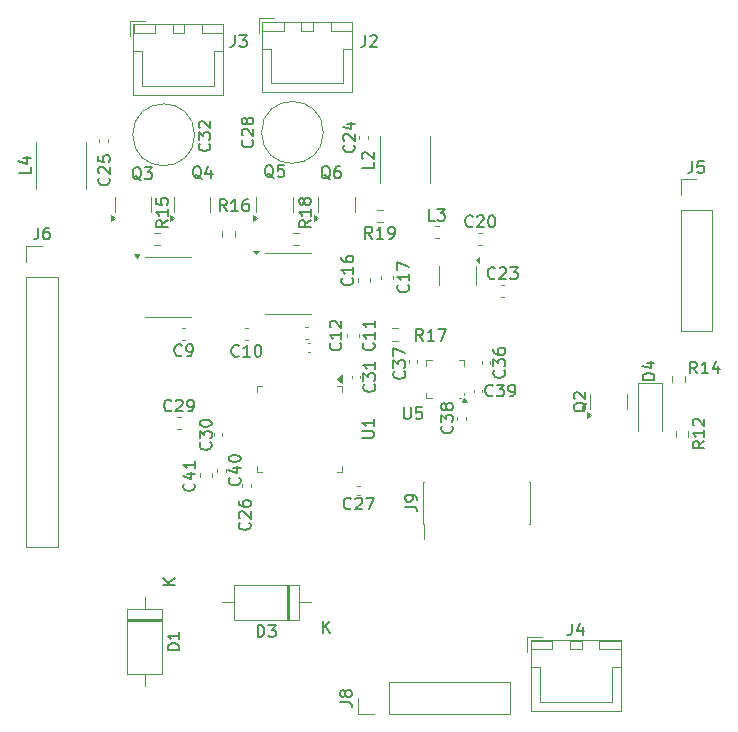
<source format=gbr>
%TF.GenerationSoftware,KiCad,Pcbnew,8.0.1-8.0.1-1~ubuntu22.04.1*%
%TF.CreationDate,2024-05-06T17:23:11+02:00*%
%TF.ProjectId,Pojet 1A,506f6a65-7420-4314-912e-6b696361645f,rev?*%
%TF.SameCoordinates,Original*%
%TF.FileFunction,Legend,Top*%
%TF.FilePolarity,Positive*%
%FSLAX46Y46*%
G04 Gerber Fmt 4.6, Leading zero omitted, Abs format (unit mm)*
G04 Created by KiCad (PCBNEW 8.0.1-8.0.1-1~ubuntu22.04.1) date 2024-05-06 17:23:11*
%MOMM*%
%LPD*%
G01*
G04 APERTURE LIST*
%ADD10C,0.150000*%
%ADD11C,0.120000*%
G04 APERTURE END LIST*
D10*
X131959580Y-78742857D02*
X132007200Y-78790476D01*
X132007200Y-78790476D02*
X132054819Y-78933333D01*
X132054819Y-78933333D02*
X132054819Y-79028571D01*
X132054819Y-79028571D02*
X132007200Y-79171428D01*
X132007200Y-79171428D02*
X131911961Y-79266666D01*
X131911961Y-79266666D02*
X131816723Y-79314285D01*
X131816723Y-79314285D02*
X131626247Y-79361904D01*
X131626247Y-79361904D02*
X131483390Y-79361904D01*
X131483390Y-79361904D02*
X131292914Y-79314285D01*
X131292914Y-79314285D02*
X131197676Y-79266666D01*
X131197676Y-79266666D02*
X131102438Y-79171428D01*
X131102438Y-79171428D02*
X131054819Y-79028571D01*
X131054819Y-79028571D02*
X131054819Y-78933333D01*
X131054819Y-78933333D02*
X131102438Y-78790476D01*
X131102438Y-78790476D02*
X131150057Y-78742857D01*
X131150057Y-78361904D02*
X131102438Y-78314285D01*
X131102438Y-78314285D02*
X131054819Y-78219047D01*
X131054819Y-78219047D02*
X131054819Y-77980952D01*
X131054819Y-77980952D02*
X131102438Y-77885714D01*
X131102438Y-77885714D02*
X131150057Y-77838095D01*
X131150057Y-77838095D02*
X131245295Y-77790476D01*
X131245295Y-77790476D02*
X131340533Y-77790476D01*
X131340533Y-77790476D02*
X131483390Y-77838095D01*
X131483390Y-77838095D02*
X132054819Y-78409523D01*
X132054819Y-78409523D02*
X132054819Y-77790476D01*
X131054819Y-76885714D02*
X131054819Y-77361904D01*
X131054819Y-77361904D02*
X131531009Y-77409523D01*
X131531009Y-77409523D02*
X131483390Y-77361904D01*
X131483390Y-77361904D02*
X131435771Y-77266666D01*
X131435771Y-77266666D02*
X131435771Y-77028571D01*
X131435771Y-77028571D02*
X131483390Y-76933333D01*
X131483390Y-76933333D02*
X131531009Y-76885714D01*
X131531009Y-76885714D02*
X131626247Y-76838095D01*
X131626247Y-76838095D02*
X131864342Y-76838095D01*
X131864342Y-76838095D02*
X131959580Y-76885714D01*
X131959580Y-76885714D02*
X132007200Y-76933333D01*
X132007200Y-76933333D02*
X132054819Y-77028571D01*
X132054819Y-77028571D02*
X132054819Y-77266666D01*
X132054819Y-77266666D02*
X132007200Y-77361904D01*
X132007200Y-77361904D02*
X131959580Y-77409523D01*
X172400057Y-97782738D02*
X172352438Y-97877976D01*
X172352438Y-97877976D02*
X172257200Y-97973214D01*
X172257200Y-97973214D02*
X172114342Y-98116071D01*
X172114342Y-98116071D02*
X172066723Y-98211309D01*
X172066723Y-98211309D02*
X172066723Y-98306547D01*
X172304819Y-98258928D02*
X172257200Y-98354166D01*
X172257200Y-98354166D02*
X172161961Y-98449404D01*
X172161961Y-98449404D02*
X171971485Y-98497023D01*
X171971485Y-98497023D02*
X171638152Y-98497023D01*
X171638152Y-98497023D02*
X171447676Y-98449404D01*
X171447676Y-98449404D02*
X171352438Y-98354166D01*
X171352438Y-98354166D02*
X171304819Y-98258928D01*
X171304819Y-98258928D02*
X171304819Y-98068452D01*
X171304819Y-98068452D02*
X171352438Y-97973214D01*
X171352438Y-97973214D02*
X171447676Y-97877976D01*
X171447676Y-97877976D02*
X171638152Y-97830357D01*
X171638152Y-97830357D02*
X171971485Y-97830357D01*
X171971485Y-97830357D02*
X172161961Y-97877976D01*
X172161961Y-97877976D02*
X172257200Y-97973214D01*
X172257200Y-97973214D02*
X172304819Y-98068452D01*
X172304819Y-98068452D02*
X172304819Y-98258928D01*
X171400057Y-97449404D02*
X171352438Y-97401785D01*
X171352438Y-97401785D02*
X171304819Y-97306547D01*
X171304819Y-97306547D02*
X171304819Y-97068452D01*
X171304819Y-97068452D02*
X171352438Y-96973214D01*
X171352438Y-96973214D02*
X171400057Y-96925595D01*
X171400057Y-96925595D02*
X171495295Y-96877976D01*
X171495295Y-96877976D02*
X171590533Y-96877976D01*
X171590533Y-96877976D02*
X171733390Y-96925595D01*
X171733390Y-96925595D02*
X172304819Y-97497023D01*
X172304819Y-97497023D02*
X172304819Y-96877976D01*
X156938095Y-98154819D02*
X156938095Y-98964342D01*
X156938095Y-98964342D02*
X156985714Y-99059580D01*
X156985714Y-99059580D02*
X157033333Y-99107200D01*
X157033333Y-99107200D02*
X157128571Y-99154819D01*
X157128571Y-99154819D02*
X157319047Y-99154819D01*
X157319047Y-99154819D02*
X157414285Y-99107200D01*
X157414285Y-99107200D02*
X157461904Y-99059580D01*
X157461904Y-99059580D02*
X157509523Y-98964342D01*
X157509523Y-98964342D02*
X157509523Y-98154819D01*
X158461904Y-98154819D02*
X157985714Y-98154819D01*
X157985714Y-98154819D02*
X157938095Y-98631009D01*
X157938095Y-98631009D02*
X157985714Y-98583390D01*
X157985714Y-98583390D02*
X158080952Y-98535771D01*
X158080952Y-98535771D02*
X158319047Y-98535771D01*
X158319047Y-98535771D02*
X158414285Y-98583390D01*
X158414285Y-98583390D02*
X158461904Y-98631009D01*
X158461904Y-98631009D02*
X158509523Y-98726247D01*
X158509523Y-98726247D02*
X158509523Y-98964342D01*
X158509523Y-98964342D02*
X158461904Y-99059580D01*
X158461904Y-99059580D02*
X158414285Y-99107200D01*
X158414285Y-99107200D02*
X158319047Y-99154819D01*
X158319047Y-99154819D02*
X158080952Y-99154819D01*
X158080952Y-99154819D02*
X157985714Y-99107200D01*
X157985714Y-99107200D02*
X157938095Y-99059580D01*
X162757142Y-82829580D02*
X162709523Y-82877200D01*
X162709523Y-82877200D02*
X162566666Y-82924819D01*
X162566666Y-82924819D02*
X162471428Y-82924819D01*
X162471428Y-82924819D02*
X162328571Y-82877200D01*
X162328571Y-82877200D02*
X162233333Y-82781961D01*
X162233333Y-82781961D02*
X162185714Y-82686723D01*
X162185714Y-82686723D02*
X162138095Y-82496247D01*
X162138095Y-82496247D02*
X162138095Y-82353390D01*
X162138095Y-82353390D02*
X162185714Y-82162914D01*
X162185714Y-82162914D02*
X162233333Y-82067676D01*
X162233333Y-82067676D02*
X162328571Y-81972438D01*
X162328571Y-81972438D02*
X162471428Y-81924819D01*
X162471428Y-81924819D02*
X162566666Y-81924819D01*
X162566666Y-81924819D02*
X162709523Y-81972438D01*
X162709523Y-81972438D02*
X162757142Y-82020057D01*
X163138095Y-82020057D02*
X163185714Y-81972438D01*
X163185714Y-81972438D02*
X163280952Y-81924819D01*
X163280952Y-81924819D02*
X163519047Y-81924819D01*
X163519047Y-81924819D02*
X163614285Y-81972438D01*
X163614285Y-81972438D02*
X163661904Y-82020057D01*
X163661904Y-82020057D02*
X163709523Y-82115295D01*
X163709523Y-82115295D02*
X163709523Y-82210533D01*
X163709523Y-82210533D02*
X163661904Y-82353390D01*
X163661904Y-82353390D02*
X163090476Y-82924819D01*
X163090476Y-82924819D02*
X163709523Y-82924819D01*
X164328571Y-81924819D02*
X164423809Y-81924819D01*
X164423809Y-81924819D02*
X164519047Y-81972438D01*
X164519047Y-81972438D02*
X164566666Y-82020057D01*
X164566666Y-82020057D02*
X164614285Y-82115295D01*
X164614285Y-82115295D02*
X164661904Y-82305771D01*
X164661904Y-82305771D02*
X164661904Y-82543866D01*
X164661904Y-82543866D02*
X164614285Y-82734342D01*
X164614285Y-82734342D02*
X164566666Y-82829580D01*
X164566666Y-82829580D02*
X164519047Y-82877200D01*
X164519047Y-82877200D02*
X164423809Y-82924819D01*
X164423809Y-82924819D02*
X164328571Y-82924819D01*
X164328571Y-82924819D02*
X164233333Y-82877200D01*
X164233333Y-82877200D02*
X164185714Y-82829580D01*
X164185714Y-82829580D02*
X164138095Y-82734342D01*
X164138095Y-82734342D02*
X164090476Y-82543866D01*
X164090476Y-82543866D02*
X164090476Y-82305771D01*
X164090476Y-82305771D02*
X164138095Y-82115295D01*
X164138095Y-82115295D02*
X164185714Y-82020057D01*
X164185714Y-82020057D02*
X164233333Y-81972438D01*
X164233333Y-81972438D02*
X164328571Y-81924819D01*
X125354819Y-77841666D02*
X125354819Y-78317856D01*
X125354819Y-78317856D02*
X124354819Y-78317856D01*
X124688152Y-77079761D02*
X125354819Y-77079761D01*
X124307200Y-77317856D02*
X125021485Y-77555951D01*
X125021485Y-77555951D02*
X125021485Y-76936904D01*
X139804761Y-78850057D02*
X139709523Y-78802438D01*
X139709523Y-78802438D02*
X139614285Y-78707200D01*
X139614285Y-78707200D02*
X139471428Y-78564342D01*
X139471428Y-78564342D02*
X139376190Y-78516723D01*
X139376190Y-78516723D02*
X139280952Y-78516723D01*
X139328571Y-78754819D02*
X139233333Y-78707200D01*
X139233333Y-78707200D02*
X139138095Y-78611961D01*
X139138095Y-78611961D02*
X139090476Y-78421485D01*
X139090476Y-78421485D02*
X139090476Y-78088152D01*
X139090476Y-78088152D02*
X139138095Y-77897676D01*
X139138095Y-77897676D02*
X139233333Y-77802438D01*
X139233333Y-77802438D02*
X139328571Y-77754819D01*
X139328571Y-77754819D02*
X139519047Y-77754819D01*
X139519047Y-77754819D02*
X139614285Y-77802438D01*
X139614285Y-77802438D02*
X139709523Y-77897676D01*
X139709523Y-77897676D02*
X139757142Y-78088152D01*
X139757142Y-78088152D02*
X139757142Y-78421485D01*
X139757142Y-78421485D02*
X139709523Y-78611961D01*
X139709523Y-78611961D02*
X139614285Y-78707200D01*
X139614285Y-78707200D02*
X139519047Y-78754819D01*
X139519047Y-78754819D02*
X139328571Y-78754819D01*
X140614285Y-78088152D02*
X140614285Y-78754819D01*
X140376190Y-77707200D02*
X140138095Y-78421485D01*
X140138095Y-78421485D02*
X140757142Y-78421485D01*
X182384819Y-101042857D02*
X181908628Y-101376190D01*
X182384819Y-101614285D02*
X181384819Y-101614285D01*
X181384819Y-101614285D02*
X181384819Y-101233333D01*
X181384819Y-101233333D02*
X181432438Y-101138095D01*
X181432438Y-101138095D02*
X181480057Y-101090476D01*
X181480057Y-101090476D02*
X181575295Y-101042857D01*
X181575295Y-101042857D02*
X181718152Y-101042857D01*
X181718152Y-101042857D02*
X181813390Y-101090476D01*
X181813390Y-101090476D02*
X181861009Y-101138095D01*
X181861009Y-101138095D02*
X181908628Y-101233333D01*
X181908628Y-101233333D02*
X181908628Y-101614285D01*
X182384819Y-100090476D02*
X182384819Y-100661904D01*
X182384819Y-100376190D02*
X181384819Y-100376190D01*
X181384819Y-100376190D02*
X181527676Y-100471428D01*
X181527676Y-100471428D02*
X181622914Y-100566666D01*
X181622914Y-100566666D02*
X181670533Y-100661904D01*
X181480057Y-99709523D02*
X181432438Y-99661904D01*
X181432438Y-99661904D02*
X181384819Y-99566666D01*
X181384819Y-99566666D02*
X181384819Y-99328571D01*
X181384819Y-99328571D02*
X181432438Y-99233333D01*
X181432438Y-99233333D02*
X181480057Y-99185714D01*
X181480057Y-99185714D02*
X181575295Y-99138095D01*
X181575295Y-99138095D02*
X181670533Y-99138095D01*
X181670533Y-99138095D02*
X181813390Y-99185714D01*
X181813390Y-99185714D02*
X182384819Y-99757142D01*
X182384819Y-99757142D02*
X182384819Y-99138095D01*
X136954819Y-82342857D02*
X136478628Y-82676190D01*
X136954819Y-82914285D02*
X135954819Y-82914285D01*
X135954819Y-82914285D02*
X135954819Y-82533333D01*
X135954819Y-82533333D02*
X136002438Y-82438095D01*
X136002438Y-82438095D02*
X136050057Y-82390476D01*
X136050057Y-82390476D02*
X136145295Y-82342857D01*
X136145295Y-82342857D02*
X136288152Y-82342857D01*
X136288152Y-82342857D02*
X136383390Y-82390476D01*
X136383390Y-82390476D02*
X136431009Y-82438095D01*
X136431009Y-82438095D02*
X136478628Y-82533333D01*
X136478628Y-82533333D02*
X136478628Y-82914285D01*
X136954819Y-81390476D02*
X136954819Y-81961904D01*
X136954819Y-81676190D02*
X135954819Y-81676190D01*
X135954819Y-81676190D02*
X136097676Y-81771428D01*
X136097676Y-81771428D02*
X136192914Y-81866666D01*
X136192914Y-81866666D02*
X136240533Y-81961904D01*
X135954819Y-80485714D02*
X135954819Y-80961904D01*
X135954819Y-80961904D02*
X136431009Y-81009523D01*
X136431009Y-81009523D02*
X136383390Y-80961904D01*
X136383390Y-80961904D02*
X136335771Y-80866666D01*
X136335771Y-80866666D02*
X136335771Y-80628571D01*
X136335771Y-80628571D02*
X136383390Y-80533333D01*
X136383390Y-80533333D02*
X136431009Y-80485714D01*
X136431009Y-80485714D02*
X136526247Y-80438095D01*
X136526247Y-80438095D02*
X136764342Y-80438095D01*
X136764342Y-80438095D02*
X136859580Y-80485714D01*
X136859580Y-80485714D02*
X136907200Y-80533333D01*
X136907200Y-80533333D02*
X136954819Y-80628571D01*
X136954819Y-80628571D02*
X136954819Y-80866666D01*
X136954819Y-80866666D02*
X136907200Y-80961904D01*
X136907200Y-80961904D02*
X136859580Y-81009523D01*
X165419580Y-95042857D02*
X165467200Y-95090476D01*
X165467200Y-95090476D02*
X165514819Y-95233333D01*
X165514819Y-95233333D02*
X165514819Y-95328571D01*
X165514819Y-95328571D02*
X165467200Y-95471428D01*
X165467200Y-95471428D02*
X165371961Y-95566666D01*
X165371961Y-95566666D02*
X165276723Y-95614285D01*
X165276723Y-95614285D02*
X165086247Y-95661904D01*
X165086247Y-95661904D02*
X164943390Y-95661904D01*
X164943390Y-95661904D02*
X164752914Y-95614285D01*
X164752914Y-95614285D02*
X164657676Y-95566666D01*
X164657676Y-95566666D02*
X164562438Y-95471428D01*
X164562438Y-95471428D02*
X164514819Y-95328571D01*
X164514819Y-95328571D02*
X164514819Y-95233333D01*
X164514819Y-95233333D02*
X164562438Y-95090476D01*
X164562438Y-95090476D02*
X164610057Y-95042857D01*
X164514819Y-94709523D02*
X164514819Y-94090476D01*
X164514819Y-94090476D02*
X164895771Y-94423809D01*
X164895771Y-94423809D02*
X164895771Y-94280952D01*
X164895771Y-94280952D02*
X164943390Y-94185714D01*
X164943390Y-94185714D02*
X164991009Y-94138095D01*
X164991009Y-94138095D02*
X165086247Y-94090476D01*
X165086247Y-94090476D02*
X165324342Y-94090476D01*
X165324342Y-94090476D02*
X165419580Y-94138095D01*
X165419580Y-94138095D02*
X165467200Y-94185714D01*
X165467200Y-94185714D02*
X165514819Y-94280952D01*
X165514819Y-94280952D02*
X165514819Y-94566666D01*
X165514819Y-94566666D02*
X165467200Y-94661904D01*
X165467200Y-94661904D02*
X165419580Y-94709523D01*
X164514819Y-93233333D02*
X164514819Y-93423809D01*
X164514819Y-93423809D02*
X164562438Y-93519047D01*
X164562438Y-93519047D02*
X164610057Y-93566666D01*
X164610057Y-93566666D02*
X164752914Y-93661904D01*
X164752914Y-93661904D02*
X164943390Y-93709523D01*
X164943390Y-93709523D02*
X165324342Y-93709523D01*
X165324342Y-93709523D02*
X165419580Y-93661904D01*
X165419580Y-93661904D02*
X165467200Y-93614285D01*
X165467200Y-93614285D02*
X165514819Y-93519047D01*
X165514819Y-93519047D02*
X165514819Y-93328571D01*
X165514819Y-93328571D02*
X165467200Y-93233333D01*
X165467200Y-93233333D02*
X165419580Y-93185714D01*
X165419580Y-93185714D02*
X165324342Y-93138095D01*
X165324342Y-93138095D02*
X165086247Y-93138095D01*
X165086247Y-93138095D02*
X164991009Y-93185714D01*
X164991009Y-93185714D02*
X164943390Y-93233333D01*
X164943390Y-93233333D02*
X164895771Y-93328571D01*
X164895771Y-93328571D02*
X164895771Y-93519047D01*
X164895771Y-93519047D02*
X164943390Y-93614285D01*
X164943390Y-93614285D02*
X164991009Y-93661904D01*
X164991009Y-93661904D02*
X165086247Y-93709523D01*
X145904761Y-78750057D02*
X145809523Y-78702438D01*
X145809523Y-78702438D02*
X145714285Y-78607200D01*
X145714285Y-78607200D02*
X145571428Y-78464342D01*
X145571428Y-78464342D02*
X145476190Y-78416723D01*
X145476190Y-78416723D02*
X145380952Y-78416723D01*
X145428571Y-78654819D02*
X145333333Y-78607200D01*
X145333333Y-78607200D02*
X145238095Y-78511961D01*
X145238095Y-78511961D02*
X145190476Y-78321485D01*
X145190476Y-78321485D02*
X145190476Y-77988152D01*
X145190476Y-77988152D02*
X145238095Y-77797676D01*
X145238095Y-77797676D02*
X145333333Y-77702438D01*
X145333333Y-77702438D02*
X145428571Y-77654819D01*
X145428571Y-77654819D02*
X145619047Y-77654819D01*
X145619047Y-77654819D02*
X145714285Y-77702438D01*
X145714285Y-77702438D02*
X145809523Y-77797676D01*
X145809523Y-77797676D02*
X145857142Y-77988152D01*
X145857142Y-77988152D02*
X145857142Y-78321485D01*
X145857142Y-78321485D02*
X145809523Y-78511961D01*
X145809523Y-78511961D02*
X145714285Y-78607200D01*
X145714285Y-78607200D02*
X145619047Y-78654819D01*
X145619047Y-78654819D02*
X145428571Y-78654819D01*
X146761904Y-77654819D02*
X146285714Y-77654819D01*
X146285714Y-77654819D02*
X146238095Y-78131009D01*
X146238095Y-78131009D02*
X146285714Y-78083390D01*
X146285714Y-78083390D02*
X146380952Y-78035771D01*
X146380952Y-78035771D02*
X146619047Y-78035771D01*
X146619047Y-78035771D02*
X146714285Y-78083390D01*
X146714285Y-78083390D02*
X146761904Y-78131009D01*
X146761904Y-78131009D02*
X146809523Y-78226247D01*
X146809523Y-78226247D02*
X146809523Y-78464342D01*
X146809523Y-78464342D02*
X146761904Y-78559580D01*
X146761904Y-78559580D02*
X146714285Y-78607200D01*
X146714285Y-78607200D02*
X146619047Y-78654819D01*
X146619047Y-78654819D02*
X146380952Y-78654819D01*
X146380952Y-78654819D02*
X146285714Y-78607200D01*
X146285714Y-78607200D02*
X146238095Y-78559580D01*
X149054819Y-82342857D02*
X148578628Y-82676190D01*
X149054819Y-82914285D02*
X148054819Y-82914285D01*
X148054819Y-82914285D02*
X148054819Y-82533333D01*
X148054819Y-82533333D02*
X148102438Y-82438095D01*
X148102438Y-82438095D02*
X148150057Y-82390476D01*
X148150057Y-82390476D02*
X148245295Y-82342857D01*
X148245295Y-82342857D02*
X148388152Y-82342857D01*
X148388152Y-82342857D02*
X148483390Y-82390476D01*
X148483390Y-82390476D02*
X148531009Y-82438095D01*
X148531009Y-82438095D02*
X148578628Y-82533333D01*
X148578628Y-82533333D02*
X148578628Y-82914285D01*
X149054819Y-81390476D02*
X149054819Y-81961904D01*
X149054819Y-81676190D02*
X148054819Y-81676190D01*
X148054819Y-81676190D02*
X148197676Y-81771428D01*
X148197676Y-81771428D02*
X148292914Y-81866666D01*
X148292914Y-81866666D02*
X148340533Y-81961904D01*
X148483390Y-80819047D02*
X148435771Y-80914285D01*
X148435771Y-80914285D02*
X148388152Y-80961904D01*
X148388152Y-80961904D02*
X148292914Y-81009523D01*
X148292914Y-81009523D02*
X148245295Y-81009523D01*
X148245295Y-81009523D02*
X148150057Y-80961904D01*
X148150057Y-80961904D02*
X148102438Y-80914285D01*
X148102438Y-80914285D02*
X148054819Y-80819047D01*
X148054819Y-80819047D02*
X148054819Y-80628571D01*
X148054819Y-80628571D02*
X148102438Y-80533333D01*
X148102438Y-80533333D02*
X148150057Y-80485714D01*
X148150057Y-80485714D02*
X148245295Y-80438095D01*
X148245295Y-80438095D02*
X148292914Y-80438095D01*
X148292914Y-80438095D02*
X148388152Y-80485714D01*
X148388152Y-80485714D02*
X148435771Y-80533333D01*
X148435771Y-80533333D02*
X148483390Y-80628571D01*
X148483390Y-80628571D02*
X148483390Y-80819047D01*
X148483390Y-80819047D02*
X148531009Y-80914285D01*
X148531009Y-80914285D02*
X148578628Y-80961904D01*
X148578628Y-80961904D02*
X148673866Y-81009523D01*
X148673866Y-81009523D02*
X148864342Y-81009523D01*
X148864342Y-81009523D02*
X148959580Y-80961904D01*
X148959580Y-80961904D02*
X149007200Y-80914285D01*
X149007200Y-80914285D02*
X149054819Y-80819047D01*
X149054819Y-80819047D02*
X149054819Y-80628571D01*
X149054819Y-80628571D02*
X149007200Y-80533333D01*
X149007200Y-80533333D02*
X148959580Y-80485714D01*
X148959580Y-80485714D02*
X148864342Y-80438095D01*
X148864342Y-80438095D02*
X148673866Y-80438095D01*
X148673866Y-80438095D02*
X148578628Y-80485714D01*
X148578628Y-80485714D02*
X148531009Y-80533333D01*
X148531009Y-80533333D02*
X148483390Y-80628571D01*
X152559580Y-87242857D02*
X152607200Y-87290476D01*
X152607200Y-87290476D02*
X152654819Y-87433333D01*
X152654819Y-87433333D02*
X152654819Y-87528571D01*
X152654819Y-87528571D02*
X152607200Y-87671428D01*
X152607200Y-87671428D02*
X152511961Y-87766666D01*
X152511961Y-87766666D02*
X152416723Y-87814285D01*
X152416723Y-87814285D02*
X152226247Y-87861904D01*
X152226247Y-87861904D02*
X152083390Y-87861904D01*
X152083390Y-87861904D02*
X151892914Y-87814285D01*
X151892914Y-87814285D02*
X151797676Y-87766666D01*
X151797676Y-87766666D02*
X151702438Y-87671428D01*
X151702438Y-87671428D02*
X151654819Y-87528571D01*
X151654819Y-87528571D02*
X151654819Y-87433333D01*
X151654819Y-87433333D02*
X151702438Y-87290476D01*
X151702438Y-87290476D02*
X151750057Y-87242857D01*
X152654819Y-86290476D02*
X152654819Y-86861904D01*
X152654819Y-86576190D02*
X151654819Y-86576190D01*
X151654819Y-86576190D02*
X151797676Y-86671428D01*
X151797676Y-86671428D02*
X151892914Y-86766666D01*
X151892914Y-86766666D02*
X151940533Y-86861904D01*
X151654819Y-85433333D02*
X151654819Y-85623809D01*
X151654819Y-85623809D02*
X151702438Y-85719047D01*
X151702438Y-85719047D02*
X151750057Y-85766666D01*
X151750057Y-85766666D02*
X151892914Y-85861904D01*
X151892914Y-85861904D02*
X152083390Y-85909523D01*
X152083390Y-85909523D02*
X152464342Y-85909523D01*
X152464342Y-85909523D02*
X152559580Y-85861904D01*
X152559580Y-85861904D02*
X152607200Y-85814285D01*
X152607200Y-85814285D02*
X152654819Y-85719047D01*
X152654819Y-85719047D02*
X152654819Y-85528571D01*
X152654819Y-85528571D02*
X152607200Y-85433333D01*
X152607200Y-85433333D02*
X152559580Y-85385714D01*
X152559580Y-85385714D02*
X152464342Y-85338095D01*
X152464342Y-85338095D02*
X152226247Y-85338095D01*
X152226247Y-85338095D02*
X152131009Y-85385714D01*
X152131009Y-85385714D02*
X152083390Y-85433333D01*
X152083390Y-85433333D02*
X152035771Y-85528571D01*
X152035771Y-85528571D02*
X152035771Y-85719047D01*
X152035771Y-85719047D02*
X152083390Y-85814285D01*
X152083390Y-85814285D02*
X152131009Y-85861904D01*
X152131009Y-85861904D02*
X152226247Y-85909523D01*
X181366666Y-77324819D02*
X181366666Y-78039104D01*
X181366666Y-78039104D02*
X181319047Y-78181961D01*
X181319047Y-78181961D02*
X181223809Y-78277200D01*
X181223809Y-78277200D02*
X181080952Y-78324819D01*
X181080952Y-78324819D02*
X180985714Y-78324819D01*
X182319047Y-77324819D02*
X181842857Y-77324819D01*
X181842857Y-77324819D02*
X181795238Y-77801009D01*
X181795238Y-77801009D02*
X181842857Y-77753390D01*
X181842857Y-77753390D02*
X181938095Y-77705771D01*
X181938095Y-77705771D02*
X182176190Y-77705771D01*
X182176190Y-77705771D02*
X182271428Y-77753390D01*
X182271428Y-77753390D02*
X182319047Y-77801009D01*
X182319047Y-77801009D02*
X182366666Y-77896247D01*
X182366666Y-77896247D02*
X182366666Y-78134342D01*
X182366666Y-78134342D02*
X182319047Y-78229580D01*
X182319047Y-78229580D02*
X182271428Y-78277200D01*
X182271428Y-78277200D02*
X182176190Y-78324819D01*
X182176190Y-78324819D02*
X181938095Y-78324819D01*
X181938095Y-78324819D02*
X181842857Y-78277200D01*
X181842857Y-78277200D02*
X181795238Y-78229580D01*
X152457142Y-106719580D02*
X152409523Y-106767200D01*
X152409523Y-106767200D02*
X152266666Y-106814819D01*
X152266666Y-106814819D02*
X152171428Y-106814819D01*
X152171428Y-106814819D02*
X152028571Y-106767200D01*
X152028571Y-106767200D02*
X151933333Y-106671961D01*
X151933333Y-106671961D02*
X151885714Y-106576723D01*
X151885714Y-106576723D02*
X151838095Y-106386247D01*
X151838095Y-106386247D02*
X151838095Y-106243390D01*
X151838095Y-106243390D02*
X151885714Y-106052914D01*
X151885714Y-106052914D02*
X151933333Y-105957676D01*
X151933333Y-105957676D02*
X152028571Y-105862438D01*
X152028571Y-105862438D02*
X152171428Y-105814819D01*
X152171428Y-105814819D02*
X152266666Y-105814819D01*
X152266666Y-105814819D02*
X152409523Y-105862438D01*
X152409523Y-105862438D02*
X152457142Y-105910057D01*
X152838095Y-105910057D02*
X152885714Y-105862438D01*
X152885714Y-105862438D02*
X152980952Y-105814819D01*
X152980952Y-105814819D02*
X153219047Y-105814819D01*
X153219047Y-105814819D02*
X153314285Y-105862438D01*
X153314285Y-105862438D02*
X153361904Y-105910057D01*
X153361904Y-105910057D02*
X153409523Y-106005295D01*
X153409523Y-106005295D02*
X153409523Y-106100533D01*
X153409523Y-106100533D02*
X153361904Y-106243390D01*
X153361904Y-106243390D02*
X152790476Y-106814819D01*
X152790476Y-106814819D02*
X153409523Y-106814819D01*
X153742857Y-105814819D02*
X154409523Y-105814819D01*
X154409523Y-105814819D02*
X153980952Y-106814819D01*
X144109580Y-75542857D02*
X144157200Y-75590476D01*
X144157200Y-75590476D02*
X144204819Y-75733333D01*
X144204819Y-75733333D02*
X144204819Y-75828571D01*
X144204819Y-75828571D02*
X144157200Y-75971428D01*
X144157200Y-75971428D02*
X144061961Y-76066666D01*
X144061961Y-76066666D02*
X143966723Y-76114285D01*
X143966723Y-76114285D02*
X143776247Y-76161904D01*
X143776247Y-76161904D02*
X143633390Y-76161904D01*
X143633390Y-76161904D02*
X143442914Y-76114285D01*
X143442914Y-76114285D02*
X143347676Y-76066666D01*
X143347676Y-76066666D02*
X143252438Y-75971428D01*
X143252438Y-75971428D02*
X143204819Y-75828571D01*
X143204819Y-75828571D02*
X143204819Y-75733333D01*
X143204819Y-75733333D02*
X143252438Y-75590476D01*
X143252438Y-75590476D02*
X143300057Y-75542857D01*
X143300057Y-75161904D02*
X143252438Y-75114285D01*
X143252438Y-75114285D02*
X143204819Y-75019047D01*
X143204819Y-75019047D02*
X143204819Y-74780952D01*
X143204819Y-74780952D02*
X143252438Y-74685714D01*
X143252438Y-74685714D02*
X143300057Y-74638095D01*
X143300057Y-74638095D02*
X143395295Y-74590476D01*
X143395295Y-74590476D02*
X143490533Y-74590476D01*
X143490533Y-74590476D02*
X143633390Y-74638095D01*
X143633390Y-74638095D02*
X144204819Y-75209523D01*
X144204819Y-75209523D02*
X144204819Y-74590476D01*
X143633390Y-74019047D02*
X143585771Y-74114285D01*
X143585771Y-74114285D02*
X143538152Y-74161904D01*
X143538152Y-74161904D02*
X143442914Y-74209523D01*
X143442914Y-74209523D02*
X143395295Y-74209523D01*
X143395295Y-74209523D02*
X143300057Y-74161904D01*
X143300057Y-74161904D02*
X143252438Y-74114285D01*
X143252438Y-74114285D02*
X143204819Y-74019047D01*
X143204819Y-74019047D02*
X143204819Y-73828571D01*
X143204819Y-73828571D02*
X143252438Y-73733333D01*
X143252438Y-73733333D02*
X143300057Y-73685714D01*
X143300057Y-73685714D02*
X143395295Y-73638095D01*
X143395295Y-73638095D02*
X143442914Y-73638095D01*
X143442914Y-73638095D02*
X143538152Y-73685714D01*
X143538152Y-73685714D02*
X143585771Y-73733333D01*
X143585771Y-73733333D02*
X143633390Y-73828571D01*
X143633390Y-73828571D02*
X143633390Y-74019047D01*
X143633390Y-74019047D02*
X143681009Y-74114285D01*
X143681009Y-74114285D02*
X143728628Y-74161904D01*
X143728628Y-74161904D02*
X143823866Y-74209523D01*
X143823866Y-74209523D02*
X144014342Y-74209523D01*
X144014342Y-74209523D02*
X144109580Y-74161904D01*
X144109580Y-74161904D02*
X144157200Y-74114285D01*
X144157200Y-74114285D02*
X144204819Y-74019047D01*
X144204819Y-74019047D02*
X144204819Y-73828571D01*
X144204819Y-73828571D02*
X144157200Y-73733333D01*
X144157200Y-73733333D02*
X144109580Y-73685714D01*
X144109580Y-73685714D02*
X144014342Y-73638095D01*
X144014342Y-73638095D02*
X143823866Y-73638095D01*
X143823866Y-73638095D02*
X143728628Y-73685714D01*
X143728628Y-73685714D02*
X143681009Y-73733333D01*
X143681009Y-73733333D02*
X143633390Y-73828571D01*
X137924819Y-118738094D02*
X136924819Y-118738094D01*
X136924819Y-118738094D02*
X136924819Y-118499999D01*
X136924819Y-118499999D02*
X136972438Y-118357142D01*
X136972438Y-118357142D02*
X137067676Y-118261904D01*
X137067676Y-118261904D02*
X137162914Y-118214285D01*
X137162914Y-118214285D02*
X137353390Y-118166666D01*
X137353390Y-118166666D02*
X137496247Y-118166666D01*
X137496247Y-118166666D02*
X137686723Y-118214285D01*
X137686723Y-118214285D02*
X137781961Y-118261904D01*
X137781961Y-118261904D02*
X137877200Y-118357142D01*
X137877200Y-118357142D02*
X137924819Y-118499999D01*
X137924819Y-118499999D02*
X137924819Y-118738094D01*
X137924819Y-117214285D02*
X137924819Y-117785713D01*
X137924819Y-117499999D02*
X136924819Y-117499999D01*
X136924819Y-117499999D02*
X137067676Y-117595237D01*
X137067676Y-117595237D02*
X137162914Y-117690475D01*
X137162914Y-117690475D02*
X137210533Y-117785713D01*
X137554819Y-113181904D02*
X136554819Y-113181904D01*
X137554819Y-112610476D02*
X136983390Y-113039047D01*
X136554819Y-112610476D02*
X137126247Y-113181904D01*
X143019580Y-104142857D02*
X143067200Y-104190476D01*
X143067200Y-104190476D02*
X143114819Y-104333333D01*
X143114819Y-104333333D02*
X143114819Y-104428571D01*
X143114819Y-104428571D02*
X143067200Y-104571428D01*
X143067200Y-104571428D02*
X142971961Y-104666666D01*
X142971961Y-104666666D02*
X142876723Y-104714285D01*
X142876723Y-104714285D02*
X142686247Y-104761904D01*
X142686247Y-104761904D02*
X142543390Y-104761904D01*
X142543390Y-104761904D02*
X142352914Y-104714285D01*
X142352914Y-104714285D02*
X142257676Y-104666666D01*
X142257676Y-104666666D02*
X142162438Y-104571428D01*
X142162438Y-104571428D02*
X142114819Y-104428571D01*
X142114819Y-104428571D02*
X142114819Y-104333333D01*
X142114819Y-104333333D02*
X142162438Y-104190476D01*
X142162438Y-104190476D02*
X142210057Y-104142857D01*
X142448152Y-103285714D02*
X143114819Y-103285714D01*
X142067200Y-103523809D02*
X142781485Y-103761904D01*
X142781485Y-103761904D02*
X142781485Y-103142857D01*
X142114819Y-102571428D02*
X142114819Y-102476190D01*
X142114819Y-102476190D02*
X142162438Y-102380952D01*
X142162438Y-102380952D02*
X142210057Y-102333333D01*
X142210057Y-102333333D02*
X142305295Y-102285714D01*
X142305295Y-102285714D02*
X142495771Y-102238095D01*
X142495771Y-102238095D02*
X142733866Y-102238095D01*
X142733866Y-102238095D02*
X142924342Y-102285714D01*
X142924342Y-102285714D02*
X143019580Y-102333333D01*
X143019580Y-102333333D02*
X143067200Y-102380952D01*
X143067200Y-102380952D02*
X143114819Y-102476190D01*
X143114819Y-102476190D02*
X143114819Y-102571428D01*
X143114819Y-102571428D02*
X143067200Y-102666666D01*
X143067200Y-102666666D02*
X143019580Y-102714285D01*
X143019580Y-102714285D02*
X142924342Y-102761904D01*
X142924342Y-102761904D02*
X142733866Y-102809523D01*
X142733866Y-102809523D02*
X142495771Y-102809523D01*
X142495771Y-102809523D02*
X142305295Y-102761904D01*
X142305295Y-102761904D02*
X142210057Y-102714285D01*
X142210057Y-102714285D02*
X142162438Y-102666666D01*
X142162438Y-102666666D02*
X142114819Y-102571428D01*
X160999580Y-99742857D02*
X161047200Y-99790476D01*
X161047200Y-99790476D02*
X161094819Y-99933333D01*
X161094819Y-99933333D02*
X161094819Y-100028571D01*
X161094819Y-100028571D02*
X161047200Y-100171428D01*
X161047200Y-100171428D02*
X160951961Y-100266666D01*
X160951961Y-100266666D02*
X160856723Y-100314285D01*
X160856723Y-100314285D02*
X160666247Y-100361904D01*
X160666247Y-100361904D02*
X160523390Y-100361904D01*
X160523390Y-100361904D02*
X160332914Y-100314285D01*
X160332914Y-100314285D02*
X160237676Y-100266666D01*
X160237676Y-100266666D02*
X160142438Y-100171428D01*
X160142438Y-100171428D02*
X160094819Y-100028571D01*
X160094819Y-100028571D02*
X160094819Y-99933333D01*
X160094819Y-99933333D02*
X160142438Y-99790476D01*
X160142438Y-99790476D02*
X160190057Y-99742857D01*
X160094819Y-99409523D02*
X160094819Y-98790476D01*
X160094819Y-98790476D02*
X160475771Y-99123809D01*
X160475771Y-99123809D02*
X160475771Y-98980952D01*
X160475771Y-98980952D02*
X160523390Y-98885714D01*
X160523390Y-98885714D02*
X160571009Y-98838095D01*
X160571009Y-98838095D02*
X160666247Y-98790476D01*
X160666247Y-98790476D02*
X160904342Y-98790476D01*
X160904342Y-98790476D02*
X160999580Y-98838095D01*
X160999580Y-98838095D02*
X161047200Y-98885714D01*
X161047200Y-98885714D02*
X161094819Y-98980952D01*
X161094819Y-98980952D02*
X161094819Y-99266666D01*
X161094819Y-99266666D02*
X161047200Y-99361904D01*
X161047200Y-99361904D02*
X160999580Y-99409523D01*
X160523390Y-98219047D02*
X160475771Y-98314285D01*
X160475771Y-98314285D02*
X160428152Y-98361904D01*
X160428152Y-98361904D02*
X160332914Y-98409523D01*
X160332914Y-98409523D02*
X160285295Y-98409523D01*
X160285295Y-98409523D02*
X160190057Y-98361904D01*
X160190057Y-98361904D02*
X160142438Y-98314285D01*
X160142438Y-98314285D02*
X160094819Y-98219047D01*
X160094819Y-98219047D02*
X160094819Y-98028571D01*
X160094819Y-98028571D02*
X160142438Y-97933333D01*
X160142438Y-97933333D02*
X160190057Y-97885714D01*
X160190057Y-97885714D02*
X160285295Y-97838095D01*
X160285295Y-97838095D02*
X160332914Y-97838095D01*
X160332914Y-97838095D02*
X160428152Y-97885714D01*
X160428152Y-97885714D02*
X160475771Y-97933333D01*
X160475771Y-97933333D02*
X160523390Y-98028571D01*
X160523390Y-98028571D02*
X160523390Y-98219047D01*
X160523390Y-98219047D02*
X160571009Y-98314285D01*
X160571009Y-98314285D02*
X160618628Y-98361904D01*
X160618628Y-98361904D02*
X160713866Y-98409523D01*
X160713866Y-98409523D02*
X160904342Y-98409523D01*
X160904342Y-98409523D02*
X160999580Y-98361904D01*
X160999580Y-98361904D02*
X161047200Y-98314285D01*
X161047200Y-98314285D02*
X161094819Y-98219047D01*
X161094819Y-98219047D02*
X161094819Y-98028571D01*
X161094819Y-98028571D02*
X161047200Y-97933333D01*
X161047200Y-97933333D02*
X160999580Y-97885714D01*
X160999580Y-97885714D02*
X160904342Y-97838095D01*
X160904342Y-97838095D02*
X160713866Y-97838095D01*
X160713866Y-97838095D02*
X160618628Y-97885714D01*
X160618628Y-97885714D02*
X160571009Y-97933333D01*
X160571009Y-97933333D02*
X160523390Y-98028571D01*
X140459580Y-75842857D02*
X140507200Y-75890476D01*
X140507200Y-75890476D02*
X140554819Y-76033333D01*
X140554819Y-76033333D02*
X140554819Y-76128571D01*
X140554819Y-76128571D02*
X140507200Y-76271428D01*
X140507200Y-76271428D02*
X140411961Y-76366666D01*
X140411961Y-76366666D02*
X140316723Y-76414285D01*
X140316723Y-76414285D02*
X140126247Y-76461904D01*
X140126247Y-76461904D02*
X139983390Y-76461904D01*
X139983390Y-76461904D02*
X139792914Y-76414285D01*
X139792914Y-76414285D02*
X139697676Y-76366666D01*
X139697676Y-76366666D02*
X139602438Y-76271428D01*
X139602438Y-76271428D02*
X139554819Y-76128571D01*
X139554819Y-76128571D02*
X139554819Y-76033333D01*
X139554819Y-76033333D02*
X139602438Y-75890476D01*
X139602438Y-75890476D02*
X139650057Y-75842857D01*
X139554819Y-75509523D02*
X139554819Y-74890476D01*
X139554819Y-74890476D02*
X139935771Y-75223809D01*
X139935771Y-75223809D02*
X139935771Y-75080952D01*
X139935771Y-75080952D02*
X139983390Y-74985714D01*
X139983390Y-74985714D02*
X140031009Y-74938095D01*
X140031009Y-74938095D02*
X140126247Y-74890476D01*
X140126247Y-74890476D02*
X140364342Y-74890476D01*
X140364342Y-74890476D02*
X140459580Y-74938095D01*
X140459580Y-74938095D02*
X140507200Y-74985714D01*
X140507200Y-74985714D02*
X140554819Y-75080952D01*
X140554819Y-75080952D02*
X140554819Y-75366666D01*
X140554819Y-75366666D02*
X140507200Y-75461904D01*
X140507200Y-75461904D02*
X140459580Y-75509523D01*
X139650057Y-74509523D02*
X139602438Y-74461904D01*
X139602438Y-74461904D02*
X139554819Y-74366666D01*
X139554819Y-74366666D02*
X139554819Y-74128571D01*
X139554819Y-74128571D02*
X139602438Y-74033333D01*
X139602438Y-74033333D02*
X139650057Y-73985714D01*
X139650057Y-73985714D02*
X139745295Y-73938095D01*
X139745295Y-73938095D02*
X139840533Y-73938095D01*
X139840533Y-73938095D02*
X139983390Y-73985714D01*
X139983390Y-73985714D02*
X140554819Y-74557142D01*
X140554819Y-74557142D02*
X140554819Y-73938095D01*
X158557142Y-92554819D02*
X158223809Y-92078628D01*
X157985714Y-92554819D02*
X157985714Y-91554819D01*
X157985714Y-91554819D02*
X158366666Y-91554819D01*
X158366666Y-91554819D02*
X158461904Y-91602438D01*
X158461904Y-91602438D02*
X158509523Y-91650057D01*
X158509523Y-91650057D02*
X158557142Y-91745295D01*
X158557142Y-91745295D02*
X158557142Y-91888152D01*
X158557142Y-91888152D02*
X158509523Y-91983390D01*
X158509523Y-91983390D02*
X158461904Y-92031009D01*
X158461904Y-92031009D02*
X158366666Y-92078628D01*
X158366666Y-92078628D02*
X157985714Y-92078628D01*
X159509523Y-92554819D02*
X158938095Y-92554819D01*
X159223809Y-92554819D02*
X159223809Y-91554819D01*
X159223809Y-91554819D02*
X159128571Y-91697676D01*
X159128571Y-91697676D02*
X159033333Y-91792914D01*
X159033333Y-91792914D02*
X158938095Y-91840533D01*
X159842857Y-91554819D02*
X160509523Y-91554819D01*
X160509523Y-91554819D02*
X160080952Y-92554819D01*
X164457142Y-97159580D02*
X164409523Y-97207200D01*
X164409523Y-97207200D02*
X164266666Y-97254819D01*
X164266666Y-97254819D02*
X164171428Y-97254819D01*
X164171428Y-97254819D02*
X164028571Y-97207200D01*
X164028571Y-97207200D02*
X163933333Y-97111961D01*
X163933333Y-97111961D02*
X163885714Y-97016723D01*
X163885714Y-97016723D02*
X163838095Y-96826247D01*
X163838095Y-96826247D02*
X163838095Y-96683390D01*
X163838095Y-96683390D02*
X163885714Y-96492914D01*
X163885714Y-96492914D02*
X163933333Y-96397676D01*
X163933333Y-96397676D02*
X164028571Y-96302438D01*
X164028571Y-96302438D02*
X164171428Y-96254819D01*
X164171428Y-96254819D02*
X164266666Y-96254819D01*
X164266666Y-96254819D02*
X164409523Y-96302438D01*
X164409523Y-96302438D02*
X164457142Y-96350057D01*
X164790476Y-96254819D02*
X165409523Y-96254819D01*
X165409523Y-96254819D02*
X165076190Y-96635771D01*
X165076190Y-96635771D02*
X165219047Y-96635771D01*
X165219047Y-96635771D02*
X165314285Y-96683390D01*
X165314285Y-96683390D02*
X165361904Y-96731009D01*
X165361904Y-96731009D02*
X165409523Y-96826247D01*
X165409523Y-96826247D02*
X165409523Y-97064342D01*
X165409523Y-97064342D02*
X165361904Y-97159580D01*
X165361904Y-97159580D02*
X165314285Y-97207200D01*
X165314285Y-97207200D02*
X165219047Y-97254819D01*
X165219047Y-97254819D02*
X164933333Y-97254819D01*
X164933333Y-97254819D02*
X164838095Y-97207200D01*
X164838095Y-97207200D02*
X164790476Y-97159580D01*
X165885714Y-97254819D02*
X166076190Y-97254819D01*
X166076190Y-97254819D02*
X166171428Y-97207200D01*
X166171428Y-97207200D02*
X166219047Y-97159580D01*
X166219047Y-97159580D02*
X166314285Y-97016723D01*
X166314285Y-97016723D02*
X166361904Y-96826247D01*
X166361904Y-96826247D02*
X166361904Y-96445295D01*
X166361904Y-96445295D02*
X166314285Y-96350057D01*
X166314285Y-96350057D02*
X166266666Y-96302438D01*
X166266666Y-96302438D02*
X166171428Y-96254819D01*
X166171428Y-96254819D02*
X165980952Y-96254819D01*
X165980952Y-96254819D02*
X165885714Y-96302438D01*
X165885714Y-96302438D02*
X165838095Y-96350057D01*
X165838095Y-96350057D02*
X165790476Y-96445295D01*
X165790476Y-96445295D02*
X165790476Y-96683390D01*
X165790476Y-96683390D02*
X165838095Y-96778628D01*
X165838095Y-96778628D02*
X165885714Y-96826247D01*
X165885714Y-96826247D02*
X165980952Y-96873866D01*
X165980952Y-96873866D02*
X166171428Y-96873866D01*
X166171428Y-96873866D02*
X166266666Y-96826247D01*
X166266666Y-96826247D02*
X166314285Y-96778628D01*
X166314285Y-96778628D02*
X166361904Y-96683390D01*
X138133333Y-93759580D02*
X138085714Y-93807200D01*
X138085714Y-93807200D02*
X137942857Y-93854819D01*
X137942857Y-93854819D02*
X137847619Y-93854819D01*
X137847619Y-93854819D02*
X137704762Y-93807200D01*
X137704762Y-93807200D02*
X137609524Y-93711961D01*
X137609524Y-93711961D02*
X137561905Y-93616723D01*
X137561905Y-93616723D02*
X137514286Y-93426247D01*
X137514286Y-93426247D02*
X137514286Y-93283390D01*
X137514286Y-93283390D02*
X137561905Y-93092914D01*
X137561905Y-93092914D02*
X137609524Y-92997676D01*
X137609524Y-92997676D02*
X137704762Y-92902438D01*
X137704762Y-92902438D02*
X137847619Y-92854819D01*
X137847619Y-92854819D02*
X137942857Y-92854819D01*
X137942857Y-92854819D02*
X138085714Y-92902438D01*
X138085714Y-92902438D02*
X138133333Y-92950057D01*
X138609524Y-93854819D02*
X138800000Y-93854819D01*
X138800000Y-93854819D02*
X138895238Y-93807200D01*
X138895238Y-93807200D02*
X138942857Y-93759580D01*
X138942857Y-93759580D02*
X139038095Y-93616723D01*
X139038095Y-93616723D02*
X139085714Y-93426247D01*
X139085714Y-93426247D02*
X139085714Y-93045295D01*
X139085714Y-93045295D02*
X139038095Y-92950057D01*
X139038095Y-92950057D02*
X138990476Y-92902438D01*
X138990476Y-92902438D02*
X138895238Y-92854819D01*
X138895238Y-92854819D02*
X138704762Y-92854819D01*
X138704762Y-92854819D02*
X138609524Y-92902438D01*
X138609524Y-92902438D02*
X138561905Y-92950057D01*
X138561905Y-92950057D02*
X138514286Y-93045295D01*
X138514286Y-93045295D02*
X138514286Y-93283390D01*
X138514286Y-93283390D02*
X138561905Y-93378628D01*
X138561905Y-93378628D02*
X138609524Y-93426247D01*
X138609524Y-93426247D02*
X138704762Y-93473866D01*
X138704762Y-93473866D02*
X138895238Y-93473866D01*
X138895238Y-93473866D02*
X138990476Y-93426247D01*
X138990476Y-93426247D02*
X139038095Y-93378628D01*
X139038095Y-93378628D02*
X139085714Y-93283390D01*
X154419580Y-96242857D02*
X154467200Y-96290476D01*
X154467200Y-96290476D02*
X154514819Y-96433333D01*
X154514819Y-96433333D02*
X154514819Y-96528571D01*
X154514819Y-96528571D02*
X154467200Y-96671428D01*
X154467200Y-96671428D02*
X154371961Y-96766666D01*
X154371961Y-96766666D02*
X154276723Y-96814285D01*
X154276723Y-96814285D02*
X154086247Y-96861904D01*
X154086247Y-96861904D02*
X153943390Y-96861904D01*
X153943390Y-96861904D02*
X153752914Y-96814285D01*
X153752914Y-96814285D02*
X153657676Y-96766666D01*
X153657676Y-96766666D02*
X153562438Y-96671428D01*
X153562438Y-96671428D02*
X153514819Y-96528571D01*
X153514819Y-96528571D02*
X153514819Y-96433333D01*
X153514819Y-96433333D02*
X153562438Y-96290476D01*
X153562438Y-96290476D02*
X153610057Y-96242857D01*
X153514819Y-95909523D02*
X153514819Y-95290476D01*
X153514819Y-95290476D02*
X153895771Y-95623809D01*
X153895771Y-95623809D02*
X153895771Y-95480952D01*
X153895771Y-95480952D02*
X153943390Y-95385714D01*
X153943390Y-95385714D02*
X153991009Y-95338095D01*
X153991009Y-95338095D02*
X154086247Y-95290476D01*
X154086247Y-95290476D02*
X154324342Y-95290476D01*
X154324342Y-95290476D02*
X154419580Y-95338095D01*
X154419580Y-95338095D02*
X154467200Y-95385714D01*
X154467200Y-95385714D02*
X154514819Y-95480952D01*
X154514819Y-95480952D02*
X154514819Y-95766666D01*
X154514819Y-95766666D02*
X154467200Y-95861904D01*
X154467200Y-95861904D02*
X154419580Y-95909523D01*
X154514819Y-94338095D02*
X154514819Y-94909523D01*
X154514819Y-94623809D02*
X153514819Y-94623809D01*
X153514819Y-94623809D02*
X153657676Y-94719047D01*
X153657676Y-94719047D02*
X153752914Y-94814285D01*
X153752914Y-94814285D02*
X153800533Y-94909523D01*
X154374819Y-77422666D02*
X154374819Y-77898856D01*
X154374819Y-77898856D02*
X153374819Y-77898856D01*
X153470057Y-77136951D02*
X153422438Y-77089332D01*
X153422438Y-77089332D02*
X153374819Y-76994094D01*
X153374819Y-76994094D02*
X153374819Y-76755999D01*
X153374819Y-76755999D02*
X153422438Y-76660761D01*
X153422438Y-76660761D02*
X153470057Y-76613142D01*
X153470057Y-76613142D02*
X153565295Y-76565523D01*
X153565295Y-76565523D02*
X153660533Y-76565523D01*
X153660533Y-76565523D02*
X153803390Y-76613142D01*
X153803390Y-76613142D02*
X154374819Y-77184570D01*
X154374819Y-77184570D02*
X154374819Y-76565523D01*
X153404819Y-100761904D02*
X154214342Y-100761904D01*
X154214342Y-100761904D02*
X154309580Y-100714285D01*
X154309580Y-100714285D02*
X154357200Y-100666666D01*
X154357200Y-100666666D02*
X154404819Y-100571428D01*
X154404819Y-100571428D02*
X154404819Y-100380952D01*
X154404819Y-100380952D02*
X154357200Y-100285714D01*
X154357200Y-100285714D02*
X154309580Y-100238095D01*
X154309580Y-100238095D02*
X154214342Y-100190476D01*
X154214342Y-100190476D02*
X153404819Y-100190476D01*
X154404819Y-99190476D02*
X154404819Y-99761904D01*
X154404819Y-99476190D02*
X153404819Y-99476190D01*
X153404819Y-99476190D02*
X153547676Y-99571428D01*
X153547676Y-99571428D02*
X153642914Y-99666666D01*
X153642914Y-99666666D02*
X153690533Y-99761904D01*
X142957142Y-93789580D02*
X142909523Y-93837200D01*
X142909523Y-93837200D02*
X142766666Y-93884819D01*
X142766666Y-93884819D02*
X142671428Y-93884819D01*
X142671428Y-93884819D02*
X142528571Y-93837200D01*
X142528571Y-93837200D02*
X142433333Y-93741961D01*
X142433333Y-93741961D02*
X142385714Y-93646723D01*
X142385714Y-93646723D02*
X142338095Y-93456247D01*
X142338095Y-93456247D02*
X142338095Y-93313390D01*
X142338095Y-93313390D02*
X142385714Y-93122914D01*
X142385714Y-93122914D02*
X142433333Y-93027676D01*
X142433333Y-93027676D02*
X142528571Y-92932438D01*
X142528571Y-92932438D02*
X142671428Y-92884819D01*
X142671428Y-92884819D02*
X142766666Y-92884819D01*
X142766666Y-92884819D02*
X142909523Y-92932438D01*
X142909523Y-92932438D02*
X142957142Y-92980057D01*
X143909523Y-93884819D02*
X143338095Y-93884819D01*
X143623809Y-93884819D02*
X143623809Y-92884819D01*
X143623809Y-92884819D02*
X143528571Y-93027676D01*
X143528571Y-93027676D02*
X143433333Y-93122914D01*
X143433333Y-93122914D02*
X143338095Y-93170533D01*
X144528571Y-92884819D02*
X144623809Y-92884819D01*
X144623809Y-92884819D02*
X144719047Y-92932438D01*
X144719047Y-92932438D02*
X144766666Y-92980057D01*
X144766666Y-92980057D02*
X144814285Y-93075295D01*
X144814285Y-93075295D02*
X144861904Y-93265771D01*
X144861904Y-93265771D02*
X144861904Y-93503866D01*
X144861904Y-93503866D02*
X144814285Y-93694342D01*
X144814285Y-93694342D02*
X144766666Y-93789580D01*
X144766666Y-93789580D02*
X144719047Y-93837200D01*
X144719047Y-93837200D02*
X144623809Y-93884819D01*
X144623809Y-93884819D02*
X144528571Y-93884819D01*
X144528571Y-93884819D02*
X144433333Y-93837200D01*
X144433333Y-93837200D02*
X144385714Y-93789580D01*
X144385714Y-93789580D02*
X144338095Y-93694342D01*
X144338095Y-93694342D02*
X144290476Y-93503866D01*
X144290476Y-93503866D02*
X144290476Y-93265771D01*
X144290476Y-93265771D02*
X144338095Y-93075295D01*
X144338095Y-93075295D02*
X144385714Y-92980057D01*
X144385714Y-92980057D02*
X144433333Y-92932438D01*
X144433333Y-92932438D02*
X144528571Y-92884819D01*
X181757142Y-95304819D02*
X181423809Y-94828628D01*
X181185714Y-95304819D02*
X181185714Y-94304819D01*
X181185714Y-94304819D02*
X181566666Y-94304819D01*
X181566666Y-94304819D02*
X181661904Y-94352438D01*
X181661904Y-94352438D02*
X181709523Y-94400057D01*
X181709523Y-94400057D02*
X181757142Y-94495295D01*
X181757142Y-94495295D02*
X181757142Y-94638152D01*
X181757142Y-94638152D02*
X181709523Y-94733390D01*
X181709523Y-94733390D02*
X181661904Y-94781009D01*
X181661904Y-94781009D02*
X181566666Y-94828628D01*
X181566666Y-94828628D02*
X181185714Y-94828628D01*
X182709523Y-95304819D02*
X182138095Y-95304819D01*
X182423809Y-95304819D02*
X182423809Y-94304819D01*
X182423809Y-94304819D02*
X182328571Y-94447676D01*
X182328571Y-94447676D02*
X182233333Y-94542914D01*
X182233333Y-94542914D02*
X182138095Y-94590533D01*
X183566666Y-94638152D02*
X183566666Y-95304819D01*
X183328571Y-94257200D02*
X183090476Y-94971485D01*
X183090476Y-94971485D02*
X183709523Y-94971485D01*
X140559580Y-101142857D02*
X140607200Y-101190476D01*
X140607200Y-101190476D02*
X140654819Y-101333333D01*
X140654819Y-101333333D02*
X140654819Y-101428571D01*
X140654819Y-101428571D02*
X140607200Y-101571428D01*
X140607200Y-101571428D02*
X140511961Y-101666666D01*
X140511961Y-101666666D02*
X140416723Y-101714285D01*
X140416723Y-101714285D02*
X140226247Y-101761904D01*
X140226247Y-101761904D02*
X140083390Y-101761904D01*
X140083390Y-101761904D02*
X139892914Y-101714285D01*
X139892914Y-101714285D02*
X139797676Y-101666666D01*
X139797676Y-101666666D02*
X139702438Y-101571428D01*
X139702438Y-101571428D02*
X139654819Y-101428571D01*
X139654819Y-101428571D02*
X139654819Y-101333333D01*
X139654819Y-101333333D02*
X139702438Y-101190476D01*
X139702438Y-101190476D02*
X139750057Y-101142857D01*
X139654819Y-100809523D02*
X139654819Y-100190476D01*
X139654819Y-100190476D02*
X140035771Y-100523809D01*
X140035771Y-100523809D02*
X140035771Y-100380952D01*
X140035771Y-100380952D02*
X140083390Y-100285714D01*
X140083390Y-100285714D02*
X140131009Y-100238095D01*
X140131009Y-100238095D02*
X140226247Y-100190476D01*
X140226247Y-100190476D02*
X140464342Y-100190476D01*
X140464342Y-100190476D02*
X140559580Y-100238095D01*
X140559580Y-100238095D02*
X140607200Y-100285714D01*
X140607200Y-100285714D02*
X140654819Y-100380952D01*
X140654819Y-100380952D02*
X140654819Y-100666666D01*
X140654819Y-100666666D02*
X140607200Y-100761904D01*
X140607200Y-100761904D02*
X140559580Y-100809523D01*
X139654819Y-99571428D02*
X139654819Y-99476190D01*
X139654819Y-99476190D02*
X139702438Y-99380952D01*
X139702438Y-99380952D02*
X139750057Y-99333333D01*
X139750057Y-99333333D02*
X139845295Y-99285714D01*
X139845295Y-99285714D02*
X140035771Y-99238095D01*
X140035771Y-99238095D02*
X140273866Y-99238095D01*
X140273866Y-99238095D02*
X140464342Y-99285714D01*
X140464342Y-99285714D02*
X140559580Y-99333333D01*
X140559580Y-99333333D02*
X140607200Y-99380952D01*
X140607200Y-99380952D02*
X140654819Y-99476190D01*
X140654819Y-99476190D02*
X140654819Y-99571428D01*
X140654819Y-99571428D02*
X140607200Y-99666666D01*
X140607200Y-99666666D02*
X140559580Y-99714285D01*
X140559580Y-99714285D02*
X140464342Y-99761904D01*
X140464342Y-99761904D02*
X140273866Y-99809523D01*
X140273866Y-99809523D02*
X140035771Y-99809523D01*
X140035771Y-99809523D02*
X139845295Y-99761904D01*
X139845295Y-99761904D02*
X139750057Y-99714285D01*
X139750057Y-99714285D02*
X139702438Y-99666666D01*
X139702438Y-99666666D02*
X139654819Y-99571428D01*
X159544333Y-82376819D02*
X159068143Y-82376819D01*
X159068143Y-82376819D02*
X159068143Y-81376819D01*
X159782429Y-81376819D02*
X160401476Y-81376819D01*
X160401476Y-81376819D02*
X160068143Y-81757771D01*
X160068143Y-81757771D02*
X160211000Y-81757771D01*
X160211000Y-81757771D02*
X160306238Y-81805390D01*
X160306238Y-81805390D02*
X160353857Y-81853009D01*
X160353857Y-81853009D02*
X160401476Y-81948247D01*
X160401476Y-81948247D02*
X160401476Y-82186342D01*
X160401476Y-82186342D02*
X160353857Y-82281580D01*
X160353857Y-82281580D02*
X160306238Y-82329200D01*
X160306238Y-82329200D02*
X160211000Y-82376819D01*
X160211000Y-82376819D02*
X159925286Y-82376819D01*
X159925286Y-82376819D02*
X159830048Y-82329200D01*
X159830048Y-82329200D02*
X159782429Y-82281580D01*
X142616666Y-66654819D02*
X142616666Y-67369104D01*
X142616666Y-67369104D02*
X142569047Y-67511961D01*
X142569047Y-67511961D02*
X142473809Y-67607200D01*
X142473809Y-67607200D02*
X142330952Y-67654819D01*
X142330952Y-67654819D02*
X142235714Y-67654819D01*
X142997619Y-66654819D02*
X143616666Y-66654819D01*
X143616666Y-66654819D02*
X143283333Y-67035771D01*
X143283333Y-67035771D02*
X143426190Y-67035771D01*
X143426190Y-67035771D02*
X143521428Y-67083390D01*
X143521428Y-67083390D02*
X143569047Y-67131009D01*
X143569047Y-67131009D02*
X143616666Y-67226247D01*
X143616666Y-67226247D02*
X143616666Y-67464342D01*
X143616666Y-67464342D02*
X143569047Y-67559580D01*
X143569047Y-67559580D02*
X143521428Y-67607200D01*
X143521428Y-67607200D02*
X143426190Y-67654819D01*
X143426190Y-67654819D02*
X143140476Y-67654819D01*
X143140476Y-67654819D02*
X143045238Y-67607200D01*
X143045238Y-67607200D02*
X142997619Y-67559580D01*
X141940142Y-81561819D02*
X141606809Y-81085628D01*
X141368714Y-81561819D02*
X141368714Y-80561819D01*
X141368714Y-80561819D02*
X141749666Y-80561819D01*
X141749666Y-80561819D02*
X141844904Y-80609438D01*
X141844904Y-80609438D02*
X141892523Y-80657057D01*
X141892523Y-80657057D02*
X141940142Y-80752295D01*
X141940142Y-80752295D02*
X141940142Y-80895152D01*
X141940142Y-80895152D02*
X141892523Y-80990390D01*
X141892523Y-80990390D02*
X141844904Y-81038009D01*
X141844904Y-81038009D02*
X141749666Y-81085628D01*
X141749666Y-81085628D02*
X141368714Y-81085628D01*
X142892523Y-81561819D02*
X142321095Y-81561819D01*
X142606809Y-81561819D02*
X142606809Y-80561819D01*
X142606809Y-80561819D02*
X142511571Y-80704676D01*
X142511571Y-80704676D02*
X142416333Y-80799914D01*
X142416333Y-80799914D02*
X142321095Y-80847533D01*
X143749666Y-80561819D02*
X143559190Y-80561819D01*
X143559190Y-80561819D02*
X143463952Y-80609438D01*
X143463952Y-80609438D02*
X143416333Y-80657057D01*
X143416333Y-80657057D02*
X143321095Y-80799914D01*
X143321095Y-80799914D02*
X143273476Y-80990390D01*
X143273476Y-80990390D02*
X143273476Y-81371342D01*
X143273476Y-81371342D02*
X143321095Y-81466580D01*
X143321095Y-81466580D02*
X143368714Y-81514200D01*
X143368714Y-81514200D02*
X143463952Y-81561819D01*
X143463952Y-81561819D02*
X143654428Y-81561819D01*
X143654428Y-81561819D02*
X143749666Y-81514200D01*
X143749666Y-81514200D02*
X143797285Y-81466580D01*
X143797285Y-81466580D02*
X143844904Y-81371342D01*
X143844904Y-81371342D02*
X143844904Y-81133247D01*
X143844904Y-81133247D02*
X143797285Y-81038009D01*
X143797285Y-81038009D02*
X143749666Y-80990390D01*
X143749666Y-80990390D02*
X143654428Y-80942771D01*
X143654428Y-80942771D02*
X143463952Y-80942771D01*
X143463952Y-80942771D02*
X143368714Y-80990390D01*
X143368714Y-80990390D02*
X143321095Y-81038009D01*
X143321095Y-81038009D02*
X143273476Y-81133247D01*
X139159580Y-104642857D02*
X139207200Y-104690476D01*
X139207200Y-104690476D02*
X139254819Y-104833333D01*
X139254819Y-104833333D02*
X139254819Y-104928571D01*
X139254819Y-104928571D02*
X139207200Y-105071428D01*
X139207200Y-105071428D02*
X139111961Y-105166666D01*
X139111961Y-105166666D02*
X139016723Y-105214285D01*
X139016723Y-105214285D02*
X138826247Y-105261904D01*
X138826247Y-105261904D02*
X138683390Y-105261904D01*
X138683390Y-105261904D02*
X138492914Y-105214285D01*
X138492914Y-105214285D02*
X138397676Y-105166666D01*
X138397676Y-105166666D02*
X138302438Y-105071428D01*
X138302438Y-105071428D02*
X138254819Y-104928571D01*
X138254819Y-104928571D02*
X138254819Y-104833333D01*
X138254819Y-104833333D02*
X138302438Y-104690476D01*
X138302438Y-104690476D02*
X138350057Y-104642857D01*
X138588152Y-103785714D02*
X139254819Y-103785714D01*
X138207200Y-104023809D02*
X138921485Y-104261904D01*
X138921485Y-104261904D02*
X138921485Y-103642857D01*
X139254819Y-102738095D02*
X139254819Y-103309523D01*
X139254819Y-103023809D02*
X138254819Y-103023809D01*
X138254819Y-103023809D02*
X138397676Y-103119047D01*
X138397676Y-103119047D02*
X138492914Y-103214285D01*
X138492914Y-103214285D02*
X138540533Y-103309523D01*
X137257142Y-98429580D02*
X137209523Y-98477200D01*
X137209523Y-98477200D02*
X137066666Y-98524819D01*
X137066666Y-98524819D02*
X136971428Y-98524819D01*
X136971428Y-98524819D02*
X136828571Y-98477200D01*
X136828571Y-98477200D02*
X136733333Y-98381961D01*
X136733333Y-98381961D02*
X136685714Y-98286723D01*
X136685714Y-98286723D02*
X136638095Y-98096247D01*
X136638095Y-98096247D02*
X136638095Y-97953390D01*
X136638095Y-97953390D02*
X136685714Y-97762914D01*
X136685714Y-97762914D02*
X136733333Y-97667676D01*
X136733333Y-97667676D02*
X136828571Y-97572438D01*
X136828571Y-97572438D02*
X136971428Y-97524819D01*
X136971428Y-97524819D02*
X137066666Y-97524819D01*
X137066666Y-97524819D02*
X137209523Y-97572438D01*
X137209523Y-97572438D02*
X137257142Y-97620057D01*
X137638095Y-97620057D02*
X137685714Y-97572438D01*
X137685714Y-97572438D02*
X137780952Y-97524819D01*
X137780952Y-97524819D02*
X138019047Y-97524819D01*
X138019047Y-97524819D02*
X138114285Y-97572438D01*
X138114285Y-97572438D02*
X138161904Y-97620057D01*
X138161904Y-97620057D02*
X138209523Y-97715295D01*
X138209523Y-97715295D02*
X138209523Y-97810533D01*
X138209523Y-97810533D02*
X138161904Y-97953390D01*
X138161904Y-97953390D02*
X137590476Y-98524819D01*
X137590476Y-98524819D02*
X138209523Y-98524819D01*
X138685714Y-98524819D02*
X138876190Y-98524819D01*
X138876190Y-98524819D02*
X138971428Y-98477200D01*
X138971428Y-98477200D02*
X139019047Y-98429580D01*
X139019047Y-98429580D02*
X139114285Y-98286723D01*
X139114285Y-98286723D02*
X139161904Y-98096247D01*
X139161904Y-98096247D02*
X139161904Y-97715295D01*
X139161904Y-97715295D02*
X139114285Y-97620057D01*
X139114285Y-97620057D02*
X139066666Y-97572438D01*
X139066666Y-97572438D02*
X138971428Y-97524819D01*
X138971428Y-97524819D02*
X138780952Y-97524819D01*
X138780952Y-97524819D02*
X138685714Y-97572438D01*
X138685714Y-97572438D02*
X138638095Y-97620057D01*
X138638095Y-97620057D02*
X138590476Y-97715295D01*
X138590476Y-97715295D02*
X138590476Y-97953390D01*
X138590476Y-97953390D02*
X138638095Y-98048628D01*
X138638095Y-98048628D02*
X138685714Y-98096247D01*
X138685714Y-98096247D02*
X138780952Y-98143866D01*
X138780952Y-98143866D02*
X138971428Y-98143866D01*
X138971428Y-98143866D02*
X139066666Y-98096247D01*
X139066666Y-98096247D02*
X139114285Y-98048628D01*
X139114285Y-98048628D02*
X139161904Y-97953390D01*
X156959580Y-95142857D02*
X157007200Y-95190476D01*
X157007200Y-95190476D02*
X157054819Y-95333333D01*
X157054819Y-95333333D02*
X157054819Y-95428571D01*
X157054819Y-95428571D02*
X157007200Y-95571428D01*
X157007200Y-95571428D02*
X156911961Y-95666666D01*
X156911961Y-95666666D02*
X156816723Y-95714285D01*
X156816723Y-95714285D02*
X156626247Y-95761904D01*
X156626247Y-95761904D02*
X156483390Y-95761904D01*
X156483390Y-95761904D02*
X156292914Y-95714285D01*
X156292914Y-95714285D02*
X156197676Y-95666666D01*
X156197676Y-95666666D02*
X156102438Y-95571428D01*
X156102438Y-95571428D02*
X156054819Y-95428571D01*
X156054819Y-95428571D02*
X156054819Y-95333333D01*
X156054819Y-95333333D02*
X156102438Y-95190476D01*
X156102438Y-95190476D02*
X156150057Y-95142857D01*
X156054819Y-94809523D02*
X156054819Y-94190476D01*
X156054819Y-94190476D02*
X156435771Y-94523809D01*
X156435771Y-94523809D02*
X156435771Y-94380952D01*
X156435771Y-94380952D02*
X156483390Y-94285714D01*
X156483390Y-94285714D02*
X156531009Y-94238095D01*
X156531009Y-94238095D02*
X156626247Y-94190476D01*
X156626247Y-94190476D02*
X156864342Y-94190476D01*
X156864342Y-94190476D02*
X156959580Y-94238095D01*
X156959580Y-94238095D02*
X157007200Y-94285714D01*
X157007200Y-94285714D02*
X157054819Y-94380952D01*
X157054819Y-94380952D02*
X157054819Y-94666666D01*
X157054819Y-94666666D02*
X157007200Y-94761904D01*
X157007200Y-94761904D02*
X156959580Y-94809523D01*
X156054819Y-93857142D02*
X156054819Y-93190476D01*
X156054819Y-93190476D02*
X157054819Y-93619047D01*
X152699580Y-75975357D02*
X152747200Y-76022976D01*
X152747200Y-76022976D02*
X152794819Y-76165833D01*
X152794819Y-76165833D02*
X152794819Y-76261071D01*
X152794819Y-76261071D02*
X152747200Y-76403928D01*
X152747200Y-76403928D02*
X152651961Y-76499166D01*
X152651961Y-76499166D02*
X152556723Y-76546785D01*
X152556723Y-76546785D02*
X152366247Y-76594404D01*
X152366247Y-76594404D02*
X152223390Y-76594404D01*
X152223390Y-76594404D02*
X152032914Y-76546785D01*
X152032914Y-76546785D02*
X151937676Y-76499166D01*
X151937676Y-76499166D02*
X151842438Y-76403928D01*
X151842438Y-76403928D02*
X151794819Y-76261071D01*
X151794819Y-76261071D02*
X151794819Y-76165833D01*
X151794819Y-76165833D02*
X151842438Y-76022976D01*
X151842438Y-76022976D02*
X151890057Y-75975357D01*
X151890057Y-75594404D02*
X151842438Y-75546785D01*
X151842438Y-75546785D02*
X151794819Y-75451547D01*
X151794819Y-75451547D02*
X151794819Y-75213452D01*
X151794819Y-75213452D02*
X151842438Y-75118214D01*
X151842438Y-75118214D02*
X151890057Y-75070595D01*
X151890057Y-75070595D02*
X151985295Y-75022976D01*
X151985295Y-75022976D02*
X152080533Y-75022976D01*
X152080533Y-75022976D02*
X152223390Y-75070595D01*
X152223390Y-75070595D02*
X152794819Y-75642023D01*
X152794819Y-75642023D02*
X152794819Y-75022976D01*
X152128152Y-74165833D02*
X152794819Y-74165833D01*
X151747200Y-74403928D02*
X152461485Y-74642023D01*
X152461485Y-74642023D02*
X152461485Y-74022976D01*
X134704761Y-78950057D02*
X134609523Y-78902438D01*
X134609523Y-78902438D02*
X134514285Y-78807200D01*
X134514285Y-78807200D02*
X134371428Y-78664342D01*
X134371428Y-78664342D02*
X134276190Y-78616723D01*
X134276190Y-78616723D02*
X134180952Y-78616723D01*
X134228571Y-78854819D02*
X134133333Y-78807200D01*
X134133333Y-78807200D02*
X134038095Y-78711961D01*
X134038095Y-78711961D02*
X133990476Y-78521485D01*
X133990476Y-78521485D02*
X133990476Y-78188152D01*
X133990476Y-78188152D02*
X134038095Y-77997676D01*
X134038095Y-77997676D02*
X134133333Y-77902438D01*
X134133333Y-77902438D02*
X134228571Y-77854819D01*
X134228571Y-77854819D02*
X134419047Y-77854819D01*
X134419047Y-77854819D02*
X134514285Y-77902438D01*
X134514285Y-77902438D02*
X134609523Y-77997676D01*
X134609523Y-77997676D02*
X134657142Y-78188152D01*
X134657142Y-78188152D02*
X134657142Y-78521485D01*
X134657142Y-78521485D02*
X134609523Y-78711961D01*
X134609523Y-78711961D02*
X134514285Y-78807200D01*
X134514285Y-78807200D02*
X134419047Y-78854819D01*
X134419047Y-78854819D02*
X134228571Y-78854819D01*
X134990476Y-77854819D02*
X135609523Y-77854819D01*
X135609523Y-77854819D02*
X135276190Y-78235771D01*
X135276190Y-78235771D02*
X135419047Y-78235771D01*
X135419047Y-78235771D02*
X135514285Y-78283390D01*
X135514285Y-78283390D02*
X135561904Y-78331009D01*
X135561904Y-78331009D02*
X135609523Y-78426247D01*
X135609523Y-78426247D02*
X135609523Y-78664342D01*
X135609523Y-78664342D02*
X135561904Y-78759580D01*
X135561904Y-78759580D02*
X135514285Y-78807200D01*
X135514285Y-78807200D02*
X135419047Y-78854819D01*
X135419047Y-78854819D02*
X135133333Y-78854819D01*
X135133333Y-78854819D02*
X135038095Y-78807200D01*
X135038095Y-78807200D02*
X134990476Y-78759580D01*
X157049819Y-106583333D02*
X157764104Y-106583333D01*
X157764104Y-106583333D02*
X157906961Y-106630952D01*
X157906961Y-106630952D02*
X158002200Y-106726190D01*
X158002200Y-106726190D02*
X158049819Y-106869047D01*
X158049819Y-106869047D02*
X158049819Y-106964285D01*
X158049819Y-106059523D02*
X158049819Y-105869047D01*
X158049819Y-105869047D02*
X158002200Y-105773809D01*
X158002200Y-105773809D02*
X157954580Y-105726190D01*
X157954580Y-105726190D02*
X157811723Y-105630952D01*
X157811723Y-105630952D02*
X157621247Y-105583333D01*
X157621247Y-105583333D02*
X157240295Y-105583333D01*
X157240295Y-105583333D02*
X157145057Y-105630952D01*
X157145057Y-105630952D02*
X157097438Y-105678571D01*
X157097438Y-105678571D02*
X157049819Y-105773809D01*
X157049819Y-105773809D02*
X157049819Y-105964285D01*
X157049819Y-105964285D02*
X157097438Y-106059523D01*
X157097438Y-106059523D02*
X157145057Y-106107142D01*
X157145057Y-106107142D02*
X157240295Y-106154761D01*
X157240295Y-106154761D02*
X157478390Y-106154761D01*
X157478390Y-106154761D02*
X157573628Y-106107142D01*
X157573628Y-106107142D02*
X157621247Y-106059523D01*
X157621247Y-106059523D02*
X157668866Y-105964285D01*
X157668866Y-105964285D02*
X157668866Y-105773809D01*
X157668866Y-105773809D02*
X157621247Y-105678571D01*
X157621247Y-105678571D02*
X157573628Y-105630952D01*
X157573628Y-105630952D02*
X157478390Y-105583333D01*
X143859580Y-107942857D02*
X143907200Y-107990476D01*
X143907200Y-107990476D02*
X143954819Y-108133333D01*
X143954819Y-108133333D02*
X143954819Y-108228571D01*
X143954819Y-108228571D02*
X143907200Y-108371428D01*
X143907200Y-108371428D02*
X143811961Y-108466666D01*
X143811961Y-108466666D02*
X143716723Y-108514285D01*
X143716723Y-108514285D02*
X143526247Y-108561904D01*
X143526247Y-108561904D02*
X143383390Y-108561904D01*
X143383390Y-108561904D02*
X143192914Y-108514285D01*
X143192914Y-108514285D02*
X143097676Y-108466666D01*
X143097676Y-108466666D02*
X143002438Y-108371428D01*
X143002438Y-108371428D02*
X142954819Y-108228571D01*
X142954819Y-108228571D02*
X142954819Y-108133333D01*
X142954819Y-108133333D02*
X143002438Y-107990476D01*
X143002438Y-107990476D02*
X143050057Y-107942857D01*
X143050057Y-107561904D02*
X143002438Y-107514285D01*
X143002438Y-107514285D02*
X142954819Y-107419047D01*
X142954819Y-107419047D02*
X142954819Y-107180952D01*
X142954819Y-107180952D02*
X143002438Y-107085714D01*
X143002438Y-107085714D02*
X143050057Y-107038095D01*
X143050057Y-107038095D02*
X143145295Y-106990476D01*
X143145295Y-106990476D02*
X143240533Y-106990476D01*
X143240533Y-106990476D02*
X143383390Y-107038095D01*
X143383390Y-107038095D02*
X143954819Y-107609523D01*
X143954819Y-107609523D02*
X143954819Y-106990476D01*
X142954819Y-106133333D02*
X142954819Y-106323809D01*
X142954819Y-106323809D02*
X143002438Y-106419047D01*
X143002438Y-106419047D02*
X143050057Y-106466666D01*
X143050057Y-106466666D02*
X143192914Y-106561904D01*
X143192914Y-106561904D02*
X143383390Y-106609523D01*
X143383390Y-106609523D02*
X143764342Y-106609523D01*
X143764342Y-106609523D02*
X143859580Y-106561904D01*
X143859580Y-106561904D02*
X143907200Y-106514285D01*
X143907200Y-106514285D02*
X143954819Y-106419047D01*
X143954819Y-106419047D02*
X143954819Y-106228571D01*
X143954819Y-106228571D02*
X143907200Y-106133333D01*
X143907200Y-106133333D02*
X143859580Y-106085714D01*
X143859580Y-106085714D02*
X143764342Y-106038095D01*
X143764342Y-106038095D02*
X143526247Y-106038095D01*
X143526247Y-106038095D02*
X143431009Y-106085714D01*
X143431009Y-106085714D02*
X143383390Y-106133333D01*
X143383390Y-106133333D02*
X143335771Y-106228571D01*
X143335771Y-106228571D02*
X143335771Y-106419047D01*
X143335771Y-106419047D02*
X143383390Y-106514285D01*
X143383390Y-106514285D02*
X143431009Y-106561904D01*
X143431009Y-106561904D02*
X143526247Y-106609523D01*
X144561905Y-117624819D02*
X144561905Y-116624819D01*
X144561905Y-116624819D02*
X144800000Y-116624819D01*
X144800000Y-116624819D02*
X144942857Y-116672438D01*
X144942857Y-116672438D02*
X145038095Y-116767676D01*
X145038095Y-116767676D02*
X145085714Y-116862914D01*
X145085714Y-116862914D02*
X145133333Y-117053390D01*
X145133333Y-117053390D02*
X145133333Y-117196247D01*
X145133333Y-117196247D02*
X145085714Y-117386723D01*
X145085714Y-117386723D02*
X145038095Y-117481961D01*
X145038095Y-117481961D02*
X144942857Y-117577200D01*
X144942857Y-117577200D02*
X144800000Y-117624819D01*
X144800000Y-117624819D02*
X144561905Y-117624819D01*
X145466667Y-116624819D02*
X146085714Y-116624819D01*
X146085714Y-116624819D02*
X145752381Y-117005771D01*
X145752381Y-117005771D02*
X145895238Y-117005771D01*
X145895238Y-117005771D02*
X145990476Y-117053390D01*
X145990476Y-117053390D02*
X146038095Y-117101009D01*
X146038095Y-117101009D02*
X146085714Y-117196247D01*
X146085714Y-117196247D02*
X146085714Y-117434342D01*
X146085714Y-117434342D02*
X146038095Y-117529580D01*
X146038095Y-117529580D02*
X145990476Y-117577200D01*
X145990476Y-117577200D02*
X145895238Y-117624819D01*
X145895238Y-117624819D02*
X145609524Y-117624819D01*
X145609524Y-117624819D02*
X145514286Y-117577200D01*
X145514286Y-117577200D02*
X145466667Y-117529580D01*
X150118095Y-117254819D02*
X150118095Y-116254819D01*
X150689523Y-117254819D02*
X150260952Y-116683390D01*
X150689523Y-116254819D02*
X150118095Y-116826247D01*
X125966666Y-82964819D02*
X125966666Y-83679104D01*
X125966666Y-83679104D02*
X125919047Y-83821961D01*
X125919047Y-83821961D02*
X125823809Y-83917200D01*
X125823809Y-83917200D02*
X125680952Y-83964819D01*
X125680952Y-83964819D02*
X125585714Y-83964819D01*
X126871428Y-82964819D02*
X126680952Y-82964819D01*
X126680952Y-82964819D02*
X126585714Y-83012438D01*
X126585714Y-83012438D02*
X126538095Y-83060057D01*
X126538095Y-83060057D02*
X126442857Y-83202914D01*
X126442857Y-83202914D02*
X126395238Y-83393390D01*
X126395238Y-83393390D02*
X126395238Y-83774342D01*
X126395238Y-83774342D02*
X126442857Y-83869580D01*
X126442857Y-83869580D02*
X126490476Y-83917200D01*
X126490476Y-83917200D02*
X126585714Y-83964819D01*
X126585714Y-83964819D02*
X126776190Y-83964819D01*
X126776190Y-83964819D02*
X126871428Y-83917200D01*
X126871428Y-83917200D02*
X126919047Y-83869580D01*
X126919047Y-83869580D02*
X126966666Y-83774342D01*
X126966666Y-83774342D02*
X126966666Y-83536247D01*
X126966666Y-83536247D02*
X126919047Y-83441009D01*
X126919047Y-83441009D02*
X126871428Y-83393390D01*
X126871428Y-83393390D02*
X126776190Y-83345771D01*
X126776190Y-83345771D02*
X126585714Y-83345771D01*
X126585714Y-83345771D02*
X126490476Y-83393390D01*
X126490476Y-83393390D02*
X126442857Y-83441009D01*
X126442857Y-83441009D02*
X126395238Y-83536247D01*
X153666666Y-66654819D02*
X153666666Y-67369104D01*
X153666666Y-67369104D02*
X153619047Y-67511961D01*
X153619047Y-67511961D02*
X153523809Y-67607200D01*
X153523809Y-67607200D02*
X153380952Y-67654819D01*
X153380952Y-67654819D02*
X153285714Y-67654819D01*
X154095238Y-66750057D02*
X154142857Y-66702438D01*
X154142857Y-66702438D02*
X154238095Y-66654819D01*
X154238095Y-66654819D02*
X154476190Y-66654819D01*
X154476190Y-66654819D02*
X154571428Y-66702438D01*
X154571428Y-66702438D02*
X154619047Y-66750057D01*
X154619047Y-66750057D02*
X154666666Y-66845295D01*
X154666666Y-66845295D02*
X154666666Y-66940533D01*
X154666666Y-66940533D02*
X154619047Y-67083390D01*
X154619047Y-67083390D02*
X154047619Y-67654819D01*
X154047619Y-67654819D02*
X154666666Y-67654819D01*
X154257142Y-83884819D02*
X153923809Y-83408628D01*
X153685714Y-83884819D02*
X153685714Y-82884819D01*
X153685714Y-82884819D02*
X154066666Y-82884819D01*
X154066666Y-82884819D02*
X154161904Y-82932438D01*
X154161904Y-82932438D02*
X154209523Y-82980057D01*
X154209523Y-82980057D02*
X154257142Y-83075295D01*
X154257142Y-83075295D02*
X154257142Y-83218152D01*
X154257142Y-83218152D02*
X154209523Y-83313390D01*
X154209523Y-83313390D02*
X154161904Y-83361009D01*
X154161904Y-83361009D02*
X154066666Y-83408628D01*
X154066666Y-83408628D02*
X153685714Y-83408628D01*
X155209523Y-83884819D02*
X154638095Y-83884819D01*
X154923809Y-83884819D02*
X154923809Y-82884819D01*
X154923809Y-82884819D02*
X154828571Y-83027676D01*
X154828571Y-83027676D02*
X154733333Y-83122914D01*
X154733333Y-83122914D02*
X154638095Y-83170533D01*
X155685714Y-83884819D02*
X155876190Y-83884819D01*
X155876190Y-83884819D02*
X155971428Y-83837200D01*
X155971428Y-83837200D02*
X156019047Y-83789580D01*
X156019047Y-83789580D02*
X156114285Y-83646723D01*
X156114285Y-83646723D02*
X156161904Y-83456247D01*
X156161904Y-83456247D02*
X156161904Y-83075295D01*
X156161904Y-83075295D02*
X156114285Y-82980057D01*
X156114285Y-82980057D02*
X156066666Y-82932438D01*
X156066666Y-82932438D02*
X155971428Y-82884819D01*
X155971428Y-82884819D02*
X155780952Y-82884819D01*
X155780952Y-82884819D02*
X155685714Y-82932438D01*
X155685714Y-82932438D02*
X155638095Y-82980057D01*
X155638095Y-82980057D02*
X155590476Y-83075295D01*
X155590476Y-83075295D02*
X155590476Y-83313390D01*
X155590476Y-83313390D02*
X155638095Y-83408628D01*
X155638095Y-83408628D02*
X155685714Y-83456247D01*
X155685714Y-83456247D02*
X155780952Y-83503866D01*
X155780952Y-83503866D02*
X155971428Y-83503866D01*
X155971428Y-83503866D02*
X156066666Y-83456247D01*
X156066666Y-83456247D02*
X156114285Y-83408628D01*
X156114285Y-83408628D02*
X156161904Y-83313390D01*
X154359580Y-92742857D02*
X154407200Y-92790476D01*
X154407200Y-92790476D02*
X154454819Y-92933333D01*
X154454819Y-92933333D02*
X154454819Y-93028571D01*
X154454819Y-93028571D02*
X154407200Y-93171428D01*
X154407200Y-93171428D02*
X154311961Y-93266666D01*
X154311961Y-93266666D02*
X154216723Y-93314285D01*
X154216723Y-93314285D02*
X154026247Y-93361904D01*
X154026247Y-93361904D02*
X153883390Y-93361904D01*
X153883390Y-93361904D02*
X153692914Y-93314285D01*
X153692914Y-93314285D02*
X153597676Y-93266666D01*
X153597676Y-93266666D02*
X153502438Y-93171428D01*
X153502438Y-93171428D02*
X153454819Y-93028571D01*
X153454819Y-93028571D02*
X153454819Y-92933333D01*
X153454819Y-92933333D02*
X153502438Y-92790476D01*
X153502438Y-92790476D02*
X153550057Y-92742857D01*
X154454819Y-91790476D02*
X154454819Y-92361904D01*
X154454819Y-92076190D02*
X153454819Y-92076190D01*
X153454819Y-92076190D02*
X153597676Y-92171428D01*
X153597676Y-92171428D02*
X153692914Y-92266666D01*
X153692914Y-92266666D02*
X153740533Y-92361904D01*
X154454819Y-90838095D02*
X154454819Y-91409523D01*
X154454819Y-91123809D02*
X153454819Y-91123809D01*
X153454819Y-91123809D02*
X153597676Y-91219047D01*
X153597676Y-91219047D02*
X153692914Y-91314285D01*
X153692914Y-91314285D02*
X153740533Y-91409523D01*
X171166666Y-116479819D02*
X171166666Y-117194104D01*
X171166666Y-117194104D02*
X171119047Y-117336961D01*
X171119047Y-117336961D02*
X171023809Y-117432200D01*
X171023809Y-117432200D02*
X170880952Y-117479819D01*
X170880952Y-117479819D02*
X170785714Y-117479819D01*
X172071428Y-116813152D02*
X172071428Y-117479819D01*
X171833333Y-116432200D02*
X171595238Y-117146485D01*
X171595238Y-117146485D02*
X172214285Y-117146485D01*
X151544819Y-123133333D02*
X152259104Y-123133333D01*
X152259104Y-123133333D02*
X152401961Y-123180952D01*
X152401961Y-123180952D02*
X152497200Y-123276190D01*
X152497200Y-123276190D02*
X152544819Y-123419047D01*
X152544819Y-123419047D02*
X152544819Y-123514285D01*
X151973390Y-122514285D02*
X151925771Y-122609523D01*
X151925771Y-122609523D02*
X151878152Y-122657142D01*
X151878152Y-122657142D02*
X151782914Y-122704761D01*
X151782914Y-122704761D02*
X151735295Y-122704761D01*
X151735295Y-122704761D02*
X151640057Y-122657142D01*
X151640057Y-122657142D02*
X151592438Y-122609523D01*
X151592438Y-122609523D02*
X151544819Y-122514285D01*
X151544819Y-122514285D02*
X151544819Y-122323809D01*
X151544819Y-122323809D02*
X151592438Y-122228571D01*
X151592438Y-122228571D02*
X151640057Y-122180952D01*
X151640057Y-122180952D02*
X151735295Y-122133333D01*
X151735295Y-122133333D02*
X151782914Y-122133333D01*
X151782914Y-122133333D02*
X151878152Y-122180952D01*
X151878152Y-122180952D02*
X151925771Y-122228571D01*
X151925771Y-122228571D02*
X151973390Y-122323809D01*
X151973390Y-122323809D02*
X151973390Y-122514285D01*
X151973390Y-122514285D02*
X152021009Y-122609523D01*
X152021009Y-122609523D02*
X152068628Y-122657142D01*
X152068628Y-122657142D02*
X152163866Y-122704761D01*
X152163866Y-122704761D02*
X152354342Y-122704761D01*
X152354342Y-122704761D02*
X152449580Y-122657142D01*
X152449580Y-122657142D02*
X152497200Y-122609523D01*
X152497200Y-122609523D02*
X152544819Y-122514285D01*
X152544819Y-122514285D02*
X152544819Y-122323809D01*
X152544819Y-122323809D02*
X152497200Y-122228571D01*
X152497200Y-122228571D02*
X152449580Y-122180952D01*
X152449580Y-122180952D02*
X152354342Y-122133333D01*
X152354342Y-122133333D02*
X152163866Y-122133333D01*
X152163866Y-122133333D02*
X152068628Y-122180952D01*
X152068628Y-122180952D02*
X152021009Y-122228571D01*
X152021009Y-122228571D02*
X151973390Y-122323809D01*
X150692761Y-78873057D02*
X150597523Y-78825438D01*
X150597523Y-78825438D02*
X150502285Y-78730200D01*
X150502285Y-78730200D02*
X150359428Y-78587342D01*
X150359428Y-78587342D02*
X150264190Y-78539723D01*
X150264190Y-78539723D02*
X150168952Y-78539723D01*
X150216571Y-78777819D02*
X150121333Y-78730200D01*
X150121333Y-78730200D02*
X150026095Y-78634961D01*
X150026095Y-78634961D02*
X149978476Y-78444485D01*
X149978476Y-78444485D02*
X149978476Y-78111152D01*
X149978476Y-78111152D02*
X150026095Y-77920676D01*
X150026095Y-77920676D02*
X150121333Y-77825438D01*
X150121333Y-77825438D02*
X150216571Y-77777819D01*
X150216571Y-77777819D02*
X150407047Y-77777819D01*
X150407047Y-77777819D02*
X150502285Y-77825438D01*
X150502285Y-77825438D02*
X150597523Y-77920676D01*
X150597523Y-77920676D02*
X150645142Y-78111152D01*
X150645142Y-78111152D02*
X150645142Y-78444485D01*
X150645142Y-78444485D02*
X150597523Y-78634961D01*
X150597523Y-78634961D02*
X150502285Y-78730200D01*
X150502285Y-78730200D02*
X150407047Y-78777819D01*
X150407047Y-78777819D02*
X150216571Y-78777819D01*
X151502285Y-77777819D02*
X151311809Y-77777819D01*
X151311809Y-77777819D02*
X151216571Y-77825438D01*
X151216571Y-77825438D02*
X151168952Y-77873057D01*
X151168952Y-77873057D02*
X151073714Y-78015914D01*
X151073714Y-78015914D02*
X151026095Y-78206390D01*
X151026095Y-78206390D02*
X151026095Y-78587342D01*
X151026095Y-78587342D02*
X151073714Y-78682580D01*
X151073714Y-78682580D02*
X151121333Y-78730200D01*
X151121333Y-78730200D02*
X151216571Y-78777819D01*
X151216571Y-78777819D02*
X151407047Y-78777819D01*
X151407047Y-78777819D02*
X151502285Y-78730200D01*
X151502285Y-78730200D02*
X151549904Y-78682580D01*
X151549904Y-78682580D02*
X151597523Y-78587342D01*
X151597523Y-78587342D02*
X151597523Y-78349247D01*
X151597523Y-78349247D02*
X151549904Y-78254009D01*
X151549904Y-78254009D02*
X151502285Y-78206390D01*
X151502285Y-78206390D02*
X151407047Y-78158771D01*
X151407047Y-78158771D02*
X151216571Y-78158771D01*
X151216571Y-78158771D02*
X151121333Y-78206390D01*
X151121333Y-78206390D02*
X151073714Y-78254009D01*
X151073714Y-78254009D02*
X151026095Y-78349247D01*
X157289580Y-87805357D02*
X157337200Y-87852976D01*
X157337200Y-87852976D02*
X157384819Y-87995833D01*
X157384819Y-87995833D02*
X157384819Y-88091071D01*
X157384819Y-88091071D02*
X157337200Y-88233928D01*
X157337200Y-88233928D02*
X157241961Y-88329166D01*
X157241961Y-88329166D02*
X157146723Y-88376785D01*
X157146723Y-88376785D02*
X156956247Y-88424404D01*
X156956247Y-88424404D02*
X156813390Y-88424404D01*
X156813390Y-88424404D02*
X156622914Y-88376785D01*
X156622914Y-88376785D02*
X156527676Y-88329166D01*
X156527676Y-88329166D02*
X156432438Y-88233928D01*
X156432438Y-88233928D02*
X156384819Y-88091071D01*
X156384819Y-88091071D02*
X156384819Y-87995833D01*
X156384819Y-87995833D02*
X156432438Y-87852976D01*
X156432438Y-87852976D02*
X156480057Y-87805357D01*
X157384819Y-86852976D02*
X157384819Y-87424404D01*
X157384819Y-87138690D02*
X156384819Y-87138690D01*
X156384819Y-87138690D02*
X156527676Y-87233928D01*
X156527676Y-87233928D02*
X156622914Y-87329166D01*
X156622914Y-87329166D02*
X156670533Y-87424404D01*
X156384819Y-86519642D02*
X156384819Y-85852976D01*
X156384819Y-85852976D02*
X157384819Y-86281547D01*
X151559580Y-92742857D02*
X151607200Y-92790476D01*
X151607200Y-92790476D02*
X151654819Y-92933333D01*
X151654819Y-92933333D02*
X151654819Y-93028571D01*
X151654819Y-93028571D02*
X151607200Y-93171428D01*
X151607200Y-93171428D02*
X151511961Y-93266666D01*
X151511961Y-93266666D02*
X151416723Y-93314285D01*
X151416723Y-93314285D02*
X151226247Y-93361904D01*
X151226247Y-93361904D02*
X151083390Y-93361904D01*
X151083390Y-93361904D02*
X150892914Y-93314285D01*
X150892914Y-93314285D02*
X150797676Y-93266666D01*
X150797676Y-93266666D02*
X150702438Y-93171428D01*
X150702438Y-93171428D02*
X150654819Y-93028571D01*
X150654819Y-93028571D02*
X150654819Y-92933333D01*
X150654819Y-92933333D02*
X150702438Y-92790476D01*
X150702438Y-92790476D02*
X150750057Y-92742857D01*
X151654819Y-91790476D02*
X151654819Y-92361904D01*
X151654819Y-92076190D02*
X150654819Y-92076190D01*
X150654819Y-92076190D02*
X150797676Y-92171428D01*
X150797676Y-92171428D02*
X150892914Y-92266666D01*
X150892914Y-92266666D02*
X150940533Y-92361904D01*
X150750057Y-91409523D02*
X150702438Y-91361904D01*
X150702438Y-91361904D02*
X150654819Y-91266666D01*
X150654819Y-91266666D02*
X150654819Y-91028571D01*
X150654819Y-91028571D02*
X150702438Y-90933333D01*
X150702438Y-90933333D02*
X150750057Y-90885714D01*
X150750057Y-90885714D02*
X150845295Y-90838095D01*
X150845295Y-90838095D02*
X150940533Y-90838095D01*
X150940533Y-90838095D02*
X151083390Y-90885714D01*
X151083390Y-90885714D02*
X151654819Y-91457142D01*
X151654819Y-91457142D02*
X151654819Y-90838095D01*
X164657142Y-87229580D02*
X164609523Y-87277200D01*
X164609523Y-87277200D02*
X164466666Y-87324819D01*
X164466666Y-87324819D02*
X164371428Y-87324819D01*
X164371428Y-87324819D02*
X164228571Y-87277200D01*
X164228571Y-87277200D02*
X164133333Y-87181961D01*
X164133333Y-87181961D02*
X164085714Y-87086723D01*
X164085714Y-87086723D02*
X164038095Y-86896247D01*
X164038095Y-86896247D02*
X164038095Y-86753390D01*
X164038095Y-86753390D02*
X164085714Y-86562914D01*
X164085714Y-86562914D02*
X164133333Y-86467676D01*
X164133333Y-86467676D02*
X164228571Y-86372438D01*
X164228571Y-86372438D02*
X164371428Y-86324819D01*
X164371428Y-86324819D02*
X164466666Y-86324819D01*
X164466666Y-86324819D02*
X164609523Y-86372438D01*
X164609523Y-86372438D02*
X164657142Y-86420057D01*
X165038095Y-86420057D02*
X165085714Y-86372438D01*
X165085714Y-86372438D02*
X165180952Y-86324819D01*
X165180952Y-86324819D02*
X165419047Y-86324819D01*
X165419047Y-86324819D02*
X165514285Y-86372438D01*
X165514285Y-86372438D02*
X165561904Y-86420057D01*
X165561904Y-86420057D02*
X165609523Y-86515295D01*
X165609523Y-86515295D02*
X165609523Y-86610533D01*
X165609523Y-86610533D02*
X165561904Y-86753390D01*
X165561904Y-86753390D02*
X164990476Y-87324819D01*
X164990476Y-87324819D02*
X165609523Y-87324819D01*
X165942857Y-86324819D02*
X166561904Y-86324819D01*
X166561904Y-86324819D02*
X166228571Y-86705771D01*
X166228571Y-86705771D02*
X166371428Y-86705771D01*
X166371428Y-86705771D02*
X166466666Y-86753390D01*
X166466666Y-86753390D02*
X166514285Y-86801009D01*
X166514285Y-86801009D02*
X166561904Y-86896247D01*
X166561904Y-86896247D02*
X166561904Y-87134342D01*
X166561904Y-87134342D02*
X166514285Y-87229580D01*
X166514285Y-87229580D02*
X166466666Y-87277200D01*
X166466666Y-87277200D02*
X166371428Y-87324819D01*
X166371428Y-87324819D02*
X166085714Y-87324819D01*
X166085714Y-87324819D02*
X165990476Y-87277200D01*
X165990476Y-87277200D02*
X165942857Y-87229580D01*
X178154819Y-95838094D02*
X177154819Y-95838094D01*
X177154819Y-95838094D02*
X177154819Y-95599999D01*
X177154819Y-95599999D02*
X177202438Y-95457142D01*
X177202438Y-95457142D02*
X177297676Y-95361904D01*
X177297676Y-95361904D02*
X177392914Y-95314285D01*
X177392914Y-95314285D02*
X177583390Y-95266666D01*
X177583390Y-95266666D02*
X177726247Y-95266666D01*
X177726247Y-95266666D02*
X177916723Y-95314285D01*
X177916723Y-95314285D02*
X178011961Y-95361904D01*
X178011961Y-95361904D02*
X178107200Y-95457142D01*
X178107200Y-95457142D02*
X178154819Y-95599999D01*
X178154819Y-95599999D02*
X178154819Y-95838094D01*
X177488152Y-94409523D02*
X178154819Y-94409523D01*
X177107200Y-94647618D02*
X177821485Y-94885713D01*
X177821485Y-94885713D02*
X177821485Y-94266666D01*
D11*
%TO.C,C25*%
X131140000Y-75715835D02*
X131140000Y-75484165D01*
X131860000Y-75715835D02*
X131860000Y-75484165D01*
%TO.C,Q2*%
X172690000Y-97687500D02*
X172690000Y-97037500D01*
X172690000Y-97687500D02*
X172690000Y-98337500D01*
X175810000Y-97687500D02*
X175810000Y-97037500D01*
X175810000Y-97687500D02*
X175810000Y-98337500D01*
X172740000Y-98850000D02*
X172410000Y-99090000D01*
X172410000Y-98610000D01*
X172740000Y-98850000D01*
G36*
X172740000Y-98850000D02*
G01*
X172410000Y-99090000D01*
X172410000Y-98610000D01*
X172740000Y-98850000D01*
G37*
%TO.C,U5*%
X158840000Y-94190000D02*
X158840000Y-94640000D01*
X158840000Y-97410000D02*
X158840000Y-96960000D01*
X159290000Y-94190000D02*
X158840000Y-94190000D01*
X159290000Y-97410000D02*
X158840000Y-97410000D01*
X161610000Y-94190000D02*
X162060000Y-94190000D01*
X161610000Y-97410000D02*
X161760000Y-97410000D01*
X162060000Y-94190000D02*
X162060000Y-94640000D01*
X162060000Y-96960000D02*
X162060000Y-97170000D01*
X162300000Y-97740000D02*
X161820000Y-97740000D01*
X162060000Y-97410000D01*
X162300000Y-97740000D01*
G36*
X162300000Y-97740000D02*
G01*
X161820000Y-97740000D01*
X162060000Y-97410000D01*
X162300000Y-97740000D01*
G37*
%TO.C,UCC27325DR2*%
X147100000Y-85140000D02*
X145150000Y-85140000D01*
X147100000Y-85140000D02*
X149050000Y-85140000D01*
X147100000Y-90260000D02*
X145150000Y-90260000D01*
X147100000Y-90260000D02*
X149050000Y-90260000D01*
X144400000Y-85235000D02*
X144160000Y-84905000D01*
X144640000Y-84905000D01*
X144400000Y-85235000D01*
G36*
X144400000Y-85235000D02*
G01*
X144160000Y-84905000D01*
X144640000Y-84905000D01*
X144400000Y-85235000D01*
G37*
%TO.C,C20*%
X163253733Y-83390000D02*
X163546267Y-83390000D01*
X163253733Y-84410000D02*
X163546267Y-84410000D01*
%TO.C,L4*%
X125790000Y-79675000D02*
X125790000Y-75675000D01*
X130010000Y-75675000D02*
X130010000Y-79675000D01*
%TO.C,Q4*%
X137440000Y-81000000D02*
X137440000Y-80350000D01*
X137440000Y-81000000D02*
X137440000Y-81650000D01*
X140560000Y-81000000D02*
X140560000Y-80350000D01*
X140560000Y-81000000D02*
X140560000Y-81650000D01*
X137490000Y-82162500D02*
X137160000Y-82402500D01*
X137160000Y-81922500D01*
X137490000Y-82162500D01*
G36*
X137490000Y-82162500D02*
G01*
X137160000Y-82402500D01*
X137160000Y-81922500D01*
X137490000Y-82162500D01*
G37*
%TO.C,R12*%
X179977500Y-100145276D02*
X179977500Y-100654724D01*
X181022500Y-100145276D02*
X181022500Y-100654724D01*
%TO.C,R15*%
X136254724Y-83377500D02*
X135745276Y-83377500D01*
X136254724Y-84422500D02*
X135745276Y-84422500D01*
%TO.C,C13*%
X149015835Y-92740000D02*
X148784165Y-92740000D01*
X149015835Y-93460000D02*
X148784165Y-93460000D01*
%TO.C,C36*%
X163540000Y-94284165D02*
X163540000Y-94515835D01*
X164260000Y-94284165D02*
X164260000Y-94515835D01*
%TO.C,Q5*%
X144440000Y-81000000D02*
X144440000Y-80350000D01*
X144440000Y-81000000D02*
X144440000Y-81650000D01*
X147560000Y-81000000D02*
X147560000Y-80350000D01*
X147560000Y-81000000D02*
X147560000Y-81650000D01*
X144490000Y-82162500D02*
X144160000Y-82402500D01*
X144160000Y-81922500D01*
X144490000Y-82162500D01*
G36*
X144490000Y-82162500D02*
G01*
X144160000Y-82402500D01*
X144160000Y-81922500D01*
X144490000Y-82162500D01*
G37*
%TO.C,R18*%
X148054724Y-83377500D02*
X147545276Y-83377500D01*
X148054724Y-84422500D02*
X147545276Y-84422500D01*
%TO.C,C16*%
X153090000Y-87253733D02*
X153090000Y-87546267D01*
X154110000Y-87253733D02*
X154110000Y-87546267D01*
%TO.C,J5*%
X180370000Y-78870000D02*
X181700000Y-78870000D01*
X180370000Y-80200000D02*
X180370000Y-78870000D01*
X180370000Y-81470000D02*
X180370000Y-91690000D01*
X180370000Y-81470000D02*
X183030000Y-81470000D01*
X180370000Y-91690000D02*
X183030000Y-91690000D01*
X183030000Y-81470000D02*
X183030000Y-91690000D01*
%TO.C,C27*%
X153215835Y-104840000D02*
X152984165Y-104840000D01*
X153215835Y-105560000D02*
X152984165Y-105560000D01*
%TO.C,C28*%
X150120000Y-74900000D02*
G75*
G02*
X144880000Y-74900000I-2620000J0D01*
G01*
X144880000Y-74900000D02*
G75*
G02*
X150120000Y-74900000I2620000J0D01*
G01*
%TO.C,D1*%
X133530000Y-115280000D02*
X133530000Y-120720000D01*
X133530000Y-120720000D02*
X136470000Y-120720000D01*
X135000000Y-114260000D02*
X135000000Y-115280000D01*
X135000000Y-121740000D02*
X135000000Y-120720000D01*
X136470000Y-115280000D02*
X133530000Y-115280000D01*
X136470000Y-116060000D02*
X133530000Y-116060000D01*
X136470000Y-116180000D02*
X133530000Y-116180000D01*
X136470000Y-116300000D02*
X133530000Y-116300000D01*
X136470000Y-120720000D02*
X136470000Y-115280000D01*
%TO.C,C40*%
X141140000Y-103384165D02*
X141140000Y-103615835D01*
X141860000Y-103384165D02*
X141860000Y-103615835D01*
%TO.C,C38*%
X161440000Y-99215835D02*
X161440000Y-98984165D01*
X162160000Y-99215835D02*
X162160000Y-98984165D01*
%TO.C,C32*%
X139220000Y-75100000D02*
G75*
G02*
X133980000Y-75100000I-2620000J0D01*
G01*
X133980000Y-75100000D02*
G75*
G02*
X139220000Y-75100000I2620000J0D01*
G01*
%TO.C,R17*%
X156454724Y-91477500D02*
X155945276Y-91477500D01*
X156454724Y-92522500D02*
X155945276Y-92522500D01*
%TO.C,UCC27325DR1*%
X137000000Y-85440000D02*
X135050000Y-85440000D01*
X137000000Y-85440000D02*
X138950000Y-85440000D01*
X137000000Y-90560000D02*
X135050000Y-90560000D01*
X137000000Y-90560000D02*
X138950000Y-90560000D01*
X134300000Y-85535000D02*
X134060000Y-85205000D01*
X134540000Y-85205000D01*
X134300000Y-85535000D01*
G36*
X134300000Y-85535000D02*
G01*
X134060000Y-85205000D01*
X134540000Y-85205000D01*
X134300000Y-85535000D01*
G37*
%TO.C,C39*%
X162840000Y-96915835D02*
X162840000Y-96684165D01*
X163560000Y-96915835D02*
X163560000Y-96684165D01*
%TO.C,C9*%
X138153733Y-91490000D02*
X138446267Y-91490000D01*
X138153733Y-92510000D02*
X138446267Y-92510000D01*
%TO.C,C31*%
X152540000Y-95484165D02*
X152540000Y-95715835D01*
X153260000Y-95484165D02*
X153260000Y-95715835D01*
%TO.C,L2*%
X154890000Y-79200000D02*
X154890000Y-75200000D01*
X159110000Y-75200000D02*
X159110000Y-79200000D01*
%TO.C,U1*%
X144490000Y-96390000D02*
X144940000Y-96390000D01*
X144490000Y-96840000D02*
X144490000Y-96390000D01*
X144490000Y-103160000D02*
X144490000Y-103610000D01*
X144490000Y-103610000D02*
X144940000Y-103610000D01*
X151710000Y-96390000D02*
X151260000Y-96390000D01*
X151710000Y-96840000D02*
X151710000Y-96390000D01*
X151710000Y-103160000D02*
X151710000Y-103610000D01*
X151710000Y-103610000D02*
X151260000Y-103610000D01*
X151730000Y-96140000D02*
X151260000Y-95800000D01*
X151730000Y-95460000D01*
X151730000Y-96140000D01*
G36*
X151730000Y-96140000D02*
G01*
X151260000Y-95800000D01*
X151730000Y-95460000D01*
X151730000Y-96140000D01*
G37*
%TO.C,C10*%
X143746267Y-91490000D02*
X143453733Y-91490000D01*
X143746267Y-92510000D02*
X143453733Y-92510000D01*
%TO.C,R14*%
X179677500Y-95545276D02*
X179677500Y-96054724D01*
X180722500Y-95545276D02*
X180722500Y-96054724D01*
%TO.C,C30*%
X140840000Y-100615835D02*
X140840000Y-100384165D01*
X141560000Y-100615835D02*
X141560000Y-100384165D01*
%TO.C,BU33SD5WG-TR3*%
X159940000Y-87000000D02*
X159940000Y-86200000D01*
X159940000Y-87000000D02*
X159940000Y-87800000D01*
X163060000Y-87000000D02*
X163060000Y-86200000D01*
X163060000Y-87000000D02*
X163060000Y-87800000D01*
X163340000Y-85940000D02*
X163010000Y-85700000D01*
X163340000Y-85460000D01*
X163340000Y-85940000D01*
G36*
X163340000Y-85940000D02*
G01*
X163010000Y-85700000D01*
X163340000Y-85460000D01*
X163340000Y-85940000D01*
G37*
%TO.C,L3*%
X159539733Y-82842000D02*
X159882267Y-82842000D01*
X159539733Y-83862000D02*
X159882267Y-83862000D01*
%TO.C,J3*%
X133750000Y-65450000D02*
X133750000Y-66700000D01*
X134040000Y-65740000D02*
X134040000Y-71710000D01*
X134040000Y-71710000D02*
X141660000Y-71710000D01*
X134050000Y-65750000D02*
X134050000Y-66500000D01*
X134050000Y-66500000D02*
X135850000Y-66500000D01*
X134050000Y-68000000D02*
X134800000Y-68000000D01*
X134800000Y-68000000D02*
X134800000Y-70950000D01*
X134800000Y-70950000D02*
X137850000Y-70950000D01*
X135000000Y-65450000D02*
X133750000Y-65450000D01*
X135850000Y-65750000D02*
X134050000Y-65750000D01*
X135850000Y-66500000D02*
X135850000Y-65750000D01*
X137350000Y-65750000D02*
X137350000Y-66500000D01*
X137350000Y-66500000D02*
X138350000Y-66500000D01*
X138350000Y-65750000D02*
X137350000Y-65750000D01*
X138350000Y-66500000D02*
X138350000Y-65750000D01*
X139850000Y-65750000D02*
X139850000Y-66500000D01*
X139850000Y-66500000D02*
X141650000Y-66500000D01*
X140900000Y-68000000D02*
X140900000Y-70950000D01*
X140900000Y-70950000D02*
X137850000Y-70950000D01*
X141650000Y-65750000D02*
X139850000Y-65750000D01*
X141650000Y-66500000D02*
X141650000Y-65750000D01*
X141650000Y-68000000D02*
X140900000Y-68000000D01*
X141660000Y-65740000D02*
X134040000Y-65740000D01*
X141660000Y-71710000D02*
X141660000Y-65740000D01*
%TO.C,R16*%
X141577500Y-83754724D02*
X141577500Y-83245276D01*
X142622500Y-83754724D02*
X142622500Y-83245276D01*
%TO.C,C41*%
X139690000Y-103753733D02*
X139690000Y-104046267D01*
X140710000Y-103753733D02*
X140710000Y-104046267D01*
%TO.C,C29*%
X137753733Y-98990000D02*
X138046267Y-98990000D01*
X137753733Y-100010000D02*
X138046267Y-100010000D01*
%TO.C,C37*%
X157340000Y-94415835D02*
X157340000Y-94184165D01*
X158060000Y-94415835D02*
X158060000Y-94184165D01*
%TO.C,C24*%
X153140000Y-75448335D02*
X153140000Y-75216665D01*
X153860000Y-75448335D02*
X153860000Y-75216665D01*
%TO.C,Q3*%
X132440000Y-81000000D02*
X132440000Y-80350000D01*
X132440000Y-81000000D02*
X132440000Y-81650000D01*
X135560000Y-81000000D02*
X135560000Y-80350000D01*
X135560000Y-81000000D02*
X135560000Y-81650000D01*
X132490000Y-82162500D02*
X132160000Y-82402500D01*
X132160000Y-81922500D01*
X132490000Y-82162500D01*
G36*
X132490000Y-82162500D02*
G01*
X132160000Y-82402500D01*
X132160000Y-81922500D01*
X132490000Y-82162500D01*
G37*
%TO.C,J9*%
X158595000Y-104485000D02*
X158660000Y-104485000D01*
X158595000Y-108015000D02*
X158595000Y-104485000D01*
X158595000Y-108015000D02*
X158660000Y-108015000D01*
X158660000Y-109340000D02*
X158660000Y-108015000D01*
X167540000Y-104485000D02*
X167605000Y-104485000D01*
X167540000Y-108015000D02*
X167605000Y-108015000D01*
X167605000Y-108015000D02*
X167605000Y-104485000D01*
%TO.C,C26*%
X143240000Y-104915835D02*
X143240000Y-104684165D01*
X143960000Y-104915835D02*
X143960000Y-104684165D01*
%TO.C,D3*%
X141560000Y-114700000D02*
X142580000Y-114700000D01*
X142580000Y-113230000D02*
X142580000Y-116170000D01*
X142580000Y-116170000D02*
X148020000Y-116170000D01*
X147000000Y-116170000D02*
X147000000Y-113230000D01*
X147120000Y-116170000D02*
X147120000Y-113230000D01*
X147240000Y-116170000D02*
X147240000Y-113230000D01*
X148020000Y-113230000D02*
X142580000Y-113230000D01*
X148020000Y-116170000D02*
X148020000Y-113230000D01*
X149040000Y-114700000D02*
X148020000Y-114700000D01*
%TO.C,J6*%
X124970000Y-84510000D02*
X126300000Y-84510000D01*
X124970000Y-85840000D02*
X124970000Y-84510000D01*
X124970000Y-87110000D02*
X124970000Y-110030000D01*
X124970000Y-87110000D02*
X127630000Y-87110000D01*
X124970000Y-110030000D02*
X127630000Y-110030000D01*
X127630000Y-87110000D02*
X127630000Y-110030000D01*
%TO.C,J2*%
X144650000Y-65250000D02*
X144650000Y-66500000D01*
X144940000Y-65540000D02*
X144940000Y-71510000D01*
X144940000Y-71510000D02*
X152560000Y-71510000D01*
X144950000Y-65550000D02*
X144950000Y-66300000D01*
X144950000Y-66300000D02*
X146750000Y-66300000D01*
X144950000Y-67800000D02*
X145700000Y-67800000D01*
X145700000Y-67800000D02*
X145700000Y-70750000D01*
X145700000Y-70750000D02*
X148750000Y-70750000D01*
X145900000Y-65250000D02*
X144650000Y-65250000D01*
X146750000Y-65550000D02*
X144950000Y-65550000D01*
X146750000Y-66300000D02*
X146750000Y-65550000D01*
X148250000Y-65550000D02*
X148250000Y-66300000D01*
X148250000Y-66300000D02*
X149250000Y-66300000D01*
X149250000Y-65550000D02*
X148250000Y-65550000D01*
X149250000Y-66300000D02*
X149250000Y-65550000D01*
X150750000Y-65550000D02*
X150750000Y-66300000D01*
X150750000Y-66300000D02*
X152550000Y-66300000D01*
X151800000Y-67800000D02*
X151800000Y-70750000D01*
X151800000Y-70750000D02*
X148750000Y-70750000D01*
X152550000Y-65550000D02*
X150750000Y-65550000D01*
X152550000Y-66300000D02*
X152550000Y-65550000D01*
X152550000Y-67800000D02*
X151800000Y-67800000D01*
X152560000Y-65540000D02*
X144940000Y-65540000D01*
X152560000Y-71510000D02*
X152560000Y-65540000D01*
%TO.C,R19*%
X155154724Y-81477500D02*
X154645276Y-81477500D01*
X155154724Y-82522500D02*
X154645276Y-82522500D01*
%TO.C,C11*%
X152090000Y-91953733D02*
X152090000Y-92246267D01*
X153110000Y-91953733D02*
X153110000Y-92246267D01*
%TO.C,J4*%
X167400000Y-117625000D02*
X167400000Y-118875000D01*
X167690000Y-117915000D02*
X167690000Y-123885000D01*
X167690000Y-123885000D02*
X175310000Y-123885000D01*
X167700000Y-117925000D02*
X167700000Y-118675000D01*
X167700000Y-118675000D02*
X169500000Y-118675000D01*
X167700000Y-120175000D02*
X168450000Y-120175000D01*
X168450000Y-120175000D02*
X168450000Y-123125000D01*
X168450000Y-123125000D02*
X171500000Y-123125000D01*
X168650000Y-117625000D02*
X167400000Y-117625000D01*
X169500000Y-117925000D02*
X167700000Y-117925000D01*
X169500000Y-118675000D02*
X169500000Y-117925000D01*
X171000000Y-117925000D02*
X171000000Y-118675000D01*
X171000000Y-118675000D02*
X172000000Y-118675000D01*
X172000000Y-117925000D02*
X171000000Y-117925000D01*
X172000000Y-118675000D02*
X172000000Y-117925000D01*
X173500000Y-117925000D02*
X173500000Y-118675000D01*
X173500000Y-118675000D02*
X175300000Y-118675000D01*
X174550000Y-120175000D02*
X174550000Y-123125000D01*
X174550000Y-123125000D02*
X171500000Y-123125000D01*
X175300000Y-117925000D02*
X173500000Y-117925000D01*
X175300000Y-118675000D02*
X175300000Y-117925000D01*
X175300000Y-120175000D02*
X174550000Y-120175000D01*
X175310000Y-117915000D02*
X167690000Y-117915000D01*
X175310000Y-123885000D02*
X175310000Y-117915000D01*
%TO.C,J8*%
X153090000Y-124130000D02*
X153090000Y-122800000D01*
X154420000Y-124130000D02*
X153090000Y-124130000D01*
X155690000Y-121470000D02*
X165910000Y-121470000D01*
X155690000Y-124130000D02*
X155690000Y-121470000D01*
X155690000Y-124130000D02*
X165910000Y-124130000D01*
X165910000Y-124130000D02*
X165910000Y-121470000D01*
%TO.C,Q6*%
X149640000Y-81000000D02*
X149640000Y-80350000D01*
X149640000Y-81000000D02*
X149640000Y-81650000D01*
X152760000Y-81000000D02*
X152760000Y-80350000D01*
X152760000Y-81000000D02*
X152760000Y-81650000D01*
X149690000Y-82162500D02*
X149360000Y-82402500D01*
X149360000Y-81922500D01*
X149690000Y-82162500D01*
G36*
X149690000Y-82162500D02*
G01*
X149360000Y-82402500D01*
X149360000Y-81922500D01*
X149690000Y-82162500D01*
G37*
%TO.C,C17*%
X154990000Y-87016233D02*
X154990000Y-87308767D01*
X156010000Y-87016233D02*
X156010000Y-87308767D01*
%TO.C,C12*%
X148846267Y-91390000D02*
X148553733Y-91390000D01*
X148846267Y-92410000D02*
X148553733Y-92410000D01*
%TO.C,C23*%
X165153733Y-87790000D02*
X165446267Y-87790000D01*
X165153733Y-88810000D02*
X165446267Y-88810000D01*
%TO.C,D4*%
X176750000Y-96140000D02*
X176750000Y-100150000D01*
X178750000Y-96140000D02*
X176750000Y-96140000D01*
X178750000Y-96140000D02*
X178750000Y-100150000D01*
%TD*%
M02*

</source>
